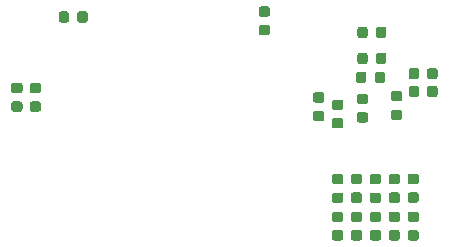
<source format=gbr>
G04 #@! TF.GenerationSoftware,KiCad,Pcbnew,5.0.1*
G04 #@! TF.CreationDate,2018-12-10T08:04:53+01:00*
G04 #@! TF.ProjectId,Kilsyth,4B696C737974682E6B696361645F7063,rev?*
G04 #@! TF.SameCoordinates,Original*
G04 #@! TF.FileFunction,Paste,Bot*
G04 #@! TF.FilePolarity,Positive*
%FSLAX46Y46*%
G04 Gerber Fmt 4.6, Leading zero omitted, Abs format (unit mm)*
G04 Created by KiCad (PCBNEW 5.0.1) date Mon 10 Dec 2018 08:04:53 AM CET*
%MOMM*%
%LPD*%
G01*
G04 APERTURE LIST*
%ADD10C,0.100000*%
%ADD11C,0.875000*%
G04 APERTURE END LIST*
D10*
G04 #@! TO.C,C6*
G36*
X109865191Y-92326053D02*
X109886426Y-92329203D01*
X109907250Y-92334419D01*
X109927462Y-92341651D01*
X109946868Y-92350830D01*
X109965281Y-92361866D01*
X109982524Y-92374654D01*
X109998430Y-92389070D01*
X110012846Y-92404976D01*
X110025634Y-92422219D01*
X110036670Y-92440632D01*
X110045849Y-92460038D01*
X110053081Y-92480250D01*
X110058297Y-92501074D01*
X110061447Y-92522309D01*
X110062500Y-92543750D01*
X110062500Y-93056250D01*
X110061447Y-93077691D01*
X110058297Y-93098926D01*
X110053081Y-93119750D01*
X110045849Y-93139962D01*
X110036670Y-93159368D01*
X110025634Y-93177781D01*
X110012846Y-93195024D01*
X109998430Y-93210930D01*
X109982524Y-93225346D01*
X109965281Y-93238134D01*
X109946868Y-93249170D01*
X109927462Y-93258349D01*
X109907250Y-93265581D01*
X109886426Y-93270797D01*
X109865191Y-93273947D01*
X109843750Y-93275000D01*
X109406250Y-93275000D01*
X109384809Y-93273947D01*
X109363574Y-93270797D01*
X109342750Y-93265581D01*
X109322538Y-93258349D01*
X109303132Y-93249170D01*
X109284719Y-93238134D01*
X109267476Y-93225346D01*
X109251570Y-93210930D01*
X109237154Y-93195024D01*
X109224366Y-93177781D01*
X109213330Y-93159368D01*
X109204151Y-93139962D01*
X109196919Y-93119750D01*
X109191703Y-93098926D01*
X109188553Y-93077691D01*
X109187500Y-93056250D01*
X109187500Y-92543750D01*
X109188553Y-92522309D01*
X109191703Y-92501074D01*
X109196919Y-92480250D01*
X109204151Y-92460038D01*
X109213330Y-92440632D01*
X109224366Y-92422219D01*
X109237154Y-92404976D01*
X109251570Y-92389070D01*
X109267476Y-92374654D01*
X109284719Y-92361866D01*
X109303132Y-92350830D01*
X109322538Y-92341651D01*
X109342750Y-92334419D01*
X109363574Y-92329203D01*
X109384809Y-92326053D01*
X109406250Y-92325000D01*
X109843750Y-92325000D01*
X109865191Y-92326053D01*
X109865191Y-92326053D01*
G37*
D11*
X109625000Y-92800000D03*
D10*
G36*
X108290191Y-92326053D02*
X108311426Y-92329203D01*
X108332250Y-92334419D01*
X108352462Y-92341651D01*
X108371868Y-92350830D01*
X108390281Y-92361866D01*
X108407524Y-92374654D01*
X108423430Y-92389070D01*
X108437846Y-92404976D01*
X108450634Y-92422219D01*
X108461670Y-92440632D01*
X108470849Y-92460038D01*
X108478081Y-92480250D01*
X108483297Y-92501074D01*
X108486447Y-92522309D01*
X108487500Y-92543750D01*
X108487500Y-93056250D01*
X108486447Y-93077691D01*
X108483297Y-93098926D01*
X108478081Y-93119750D01*
X108470849Y-93139962D01*
X108461670Y-93159368D01*
X108450634Y-93177781D01*
X108437846Y-93195024D01*
X108423430Y-93210930D01*
X108407524Y-93225346D01*
X108390281Y-93238134D01*
X108371868Y-93249170D01*
X108352462Y-93258349D01*
X108332250Y-93265581D01*
X108311426Y-93270797D01*
X108290191Y-93273947D01*
X108268750Y-93275000D01*
X107831250Y-93275000D01*
X107809809Y-93273947D01*
X107788574Y-93270797D01*
X107767750Y-93265581D01*
X107747538Y-93258349D01*
X107728132Y-93249170D01*
X107709719Y-93238134D01*
X107692476Y-93225346D01*
X107676570Y-93210930D01*
X107662154Y-93195024D01*
X107649366Y-93177781D01*
X107638330Y-93159368D01*
X107629151Y-93139962D01*
X107621919Y-93119750D01*
X107616703Y-93098926D01*
X107613553Y-93077691D01*
X107612500Y-93056250D01*
X107612500Y-92543750D01*
X107613553Y-92522309D01*
X107616703Y-92501074D01*
X107621919Y-92480250D01*
X107629151Y-92460038D01*
X107638330Y-92440632D01*
X107649366Y-92422219D01*
X107662154Y-92404976D01*
X107676570Y-92389070D01*
X107692476Y-92374654D01*
X107709719Y-92361866D01*
X107728132Y-92350830D01*
X107747538Y-92341651D01*
X107767750Y-92334419D01*
X107788574Y-92329203D01*
X107809809Y-92326053D01*
X107831250Y-92325000D01*
X108268750Y-92325000D01*
X108290191Y-92326053D01*
X108290191Y-92326053D01*
G37*
D11*
X108050000Y-92800000D03*
G04 #@! TD*
D10*
G04 #@! TO.C,C38*
G36*
X80240191Y-86026053D02*
X80261426Y-86029203D01*
X80282250Y-86034419D01*
X80302462Y-86041651D01*
X80321868Y-86050830D01*
X80340281Y-86061866D01*
X80357524Y-86074654D01*
X80373430Y-86089070D01*
X80387846Y-86104976D01*
X80400634Y-86122219D01*
X80411670Y-86140632D01*
X80420849Y-86160038D01*
X80428081Y-86180250D01*
X80433297Y-86201074D01*
X80436447Y-86222309D01*
X80437500Y-86243750D01*
X80437500Y-86756250D01*
X80436447Y-86777691D01*
X80433297Y-86798926D01*
X80428081Y-86819750D01*
X80420849Y-86839962D01*
X80411670Y-86859368D01*
X80400634Y-86877781D01*
X80387846Y-86895024D01*
X80373430Y-86910930D01*
X80357524Y-86925346D01*
X80340281Y-86938134D01*
X80321868Y-86949170D01*
X80302462Y-86958349D01*
X80282250Y-86965581D01*
X80261426Y-86970797D01*
X80240191Y-86973947D01*
X80218750Y-86975000D01*
X79781250Y-86975000D01*
X79759809Y-86973947D01*
X79738574Y-86970797D01*
X79717750Y-86965581D01*
X79697538Y-86958349D01*
X79678132Y-86949170D01*
X79659719Y-86938134D01*
X79642476Y-86925346D01*
X79626570Y-86910930D01*
X79612154Y-86895024D01*
X79599366Y-86877781D01*
X79588330Y-86859368D01*
X79579151Y-86839962D01*
X79571919Y-86819750D01*
X79566703Y-86798926D01*
X79563553Y-86777691D01*
X79562500Y-86756250D01*
X79562500Y-86243750D01*
X79563553Y-86222309D01*
X79566703Y-86201074D01*
X79571919Y-86180250D01*
X79579151Y-86160038D01*
X79588330Y-86140632D01*
X79599366Y-86122219D01*
X79612154Y-86104976D01*
X79626570Y-86089070D01*
X79642476Y-86074654D01*
X79659719Y-86061866D01*
X79678132Y-86050830D01*
X79697538Y-86041651D01*
X79717750Y-86034419D01*
X79738574Y-86029203D01*
X79759809Y-86026053D01*
X79781250Y-86025000D01*
X80218750Y-86025000D01*
X80240191Y-86026053D01*
X80240191Y-86026053D01*
G37*
D11*
X80000000Y-86500000D03*
D10*
G36*
X78665191Y-86026053D02*
X78686426Y-86029203D01*
X78707250Y-86034419D01*
X78727462Y-86041651D01*
X78746868Y-86050830D01*
X78765281Y-86061866D01*
X78782524Y-86074654D01*
X78798430Y-86089070D01*
X78812846Y-86104976D01*
X78825634Y-86122219D01*
X78836670Y-86140632D01*
X78845849Y-86160038D01*
X78853081Y-86180250D01*
X78858297Y-86201074D01*
X78861447Y-86222309D01*
X78862500Y-86243750D01*
X78862500Y-86756250D01*
X78861447Y-86777691D01*
X78858297Y-86798926D01*
X78853081Y-86819750D01*
X78845849Y-86839962D01*
X78836670Y-86859368D01*
X78825634Y-86877781D01*
X78812846Y-86895024D01*
X78798430Y-86910930D01*
X78782524Y-86925346D01*
X78765281Y-86938134D01*
X78746868Y-86949170D01*
X78727462Y-86958349D01*
X78707250Y-86965581D01*
X78686426Y-86970797D01*
X78665191Y-86973947D01*
X78643750Y-86975000D01*
X78206250Y-86975000D01*
X78184809Y-86973947D01*
X78163574Y-86970797D01*
X78142750Y-86965581D01*
X78122538Y-86958349D01*
X78103132Y-86949170D01*
X78084719Y-86938134D01*
X78067476Y-86925346D01*
X78051570Y-86910930D01*
X78037154Y-86895024D01*
X78024366Y-86877781D01*
X78013330Y-86859368D01*
X78004151Y-86839962D01*
X77996919Y-86819750D01*
X77991703Y-86798926D01*
X77988553Y-86777691D01*
X77987500Y-86756250D01*
X77987500Y-86243750D01*
X77988553Y-86222309D01*
X77991703Y-86201074D01*
X77996919Y-86180250D01*
X78004151Y-86160038D01*
X78013330Y-86140632D01*
X78024366Y-86122219D01*
X78037154Y-86104976D01*
X78051570Y-86089070D01*
X78067476Y-86074654D01*
X78084719Y-86061866D01*
X78103132Y-86050830D01*
X78122538Y-86041651D01*
X78142750Y-86034419D01*
X78163574Y-86029203D01*
X78184809Y-86026053D01*
X78206250Y-86025000D01*
X78643750Y-86025000D01*
X78665191Y-86026053D01*
X78665191Y-86026053D01*
G37*
D11*
X78425000Y-86500000D03*
G04 #@! TD*
D10*
G04 #@! TO.C,C39*
G36*
X76277691Y-92076053D02*
X76298926Y-92079203D01*
X76319750Y-92084419D01*
X76339962Y-92091651D01*
X76359368Y-92100830D01*
X76377781Y-92111866D01*
X76395024Y-92124654D01*
X76410930Y-92139070D01*
X76425346Y-92154976D01*
X76438134Y-92172219D01*
X76449170Y-92190632D01*
X76458349Y-92210038D01*
X76465581Y-92230250D01*
X76470797Y-92251074D01*
X76473947Y-92272309D01*
X76475000Y-92293750D01*
X76475000Y-92731250D01*
X76473947Y-92752691D01*
X76470797Y-92773926D01*
X76465581Y-92794750D01*
X76458349Y-92814962D01*
X76449170Y-92834368D01*
X76438134Y-92852781D01*
X76425346Y-92870024D01*
X76410930Y-92885930D01*
X76395024Y-92900346D01*
X76377781Y-92913134D01*
X76359368Y-92924170D01*
X76339962Y-92933349D01*
X76319750Y-92940581D01*
X76298926Y-92945797D01*
X76277691Y-92948947D01*
X76256250Y-92950000D01*
X75743750Y-92950000D01*
X75722309Y-92948947D01*
X75701074Y-92945797D01*
X75680250Y-92940581D01*
X75660038Y-92933349D01*
X75640632Y-92924170D01*
X75622219Y-92913134D01*
X75604976Y-92900346D01*
X75589070Y-92885930D01*
X75574654Y-92870024D01*
X75561866Y-92852781D01*
X75550830Y-92834368D01*
X75541651Y-92814962D01*
X75534419Y-92794750D01*
X75529203Y-92773926D01*
X75526053Y-92752691D01*
X75525000Y-92731250D01*
X75525000Y-92293750D01*
X75526053Y-92272309D01*
X75529203Y-92251074D01*
X75534419Y-92230250D01*
X75541651Y-92210038D01*
X75550830Y-92190632D01*
X75561866Y-92172219D01*
X75574654Y-92154976D01*
X75589070Y-92139070D01*
X75604976Y-92124654D01*
X75622219Y-92111866D01*
X75640632Y-92100830D01*
X75660038Y-92091651D01*
X75680250Y-92084419D01*
X75701074Y-92079203D01*
X75722309Y-92076053D01*
X75743750Y-92075000D01*
X76256250Y-92075000D01*
X76277691Y-92076053D01*
X76277691Y-92076053D01*
G37*
D11*
X76000000Y-92512500D03*
D10*
G36*
X76277691Y-93651053D02*
X76298926Y-93654203D01*
X76319750Y-93659419D01*
X76339962Y-93666651D01*
X76359368Y-93675830D01*
X76377781Y-93686866D01*
X76395024Y-93699654D01*
X76410930Y-93714070D01*
X76425346Y-93729976D01*
X76438134Y-93747219D01*
X76449170Y-93765632D01*
X76458349Y-93785038D01*
X76465581Y-93805250D01*
X76470797Y-93826074D01*
X76473947Y-93847309D01*
X76475000Y-93868750D01*
X76475000Y-94306250D01*
X76473947Y-94327691D01*
X76470797Y-94348926D01*
X76465581Y-94369750D01*
X76458349Y-94389962D01*
X76449170Y-94409368D01*
X76438134Y-94427781D01*
X76425346Y-94445024D01*
X76410930Y-94460930D01*
X76395024Y-94475346D01*
X76377781Y-94488134D01*
X76359368Y-94499170D01*
X76339962Y-94508349D01*
X76319750Y-94515581D01*
X76298926Y-94520797D01*
X76277691Y-94523947D01*
X76256250Y-94525000D01*
X75743750Y-94525000D01*
X75722309Y-94523947D01*
X75701074Y-94520797D01*
X75680250Y-94515581D01*
X75660038Y-94508349D01*
X75640632Y-94499170D01*
X75622219Y-94488134D01*
X75604976Y-94475346D01*
X75589070Y-94460930D01*
X75574654Y-94445024D01*
X75561866Y-94427781D01*
X75550830Y-94409368D01*
X75541651Y-94389962D01*
X75534419Y-94369750D01*
X75529203Y-94348926D01*
X75526053Y-94327691D01*
X75525000Y-94306250D01*
X75525000Y-93868750D01*
X75526053Y-93847309D01*
X75529203Y-93826074D01*
X75534419Y-93805250D01*
X75541651Y-93785038D01*
X75550830Y-93765632D01*
X75561866Y-93747219D01*
X75574654Y-93729976D01*
X75589070Y-93714070D01*
X75604976Y-93699654D01*
X75622219Y-93686866D01*
X75640632Y-93675830D01*
X75660038Y-93666651D01*
X75680250Y-93659419D01*
X75701074Y-93654203D01*
X75722309Y-93651053D01*
X75743750Y-93650000D01*
X76256250Y-93650000D01*
X76277691Y-93651053D01*
X76277691Y-93651053D01*
G37*
D11*
X76000000Y-94087500D03*
G04 #@! TD*
D10*
G04 #@! TO.C,C40*
G36*
X74727691Y-92076053D02*
X74748926Y-92079203D01*
X74769750Y-92084419D01*
X74789962Y-92091651D01*
X74809368Y-92100830D01*
X74827781Y-92111866D01*
X74845024Y-92124654D01*
X74860930Y-92139070D01*
X74875346Y-92154976D01*
X74888134Y-92172219D01*
X74899170Y-92190632D01*
X74908349Y-92210038D01*
X74915581Y-92230250D01*
X74920797Y-92251074D01*
X74923947Y-92272309D01*
X74925000Y-92293750D01*
X74925000Y-92731250D01*
X74923947Y-92752691D01*
X74920797Y-92773926D01*
X74915581Y-92794750D01*
X74908349Y-92814962D01*
X74899170Y-92834368D01*
X74888134Y-92852781D01*
X74875346Y-92870024D01*
X74860930Y-92885930D01*
X74845024Y-92900346D01*
X74827781Y-92913134D01*
X74809368Y-92924170D01*
X74789962Y-92933349D01*
X74769750Y-92940581D01*
X74748926Y-92945797D01*
X74727691Y-92948947D01*
X74706250Y-92950000D01*
X74193750Y-92950000D01*
X74172309Y-92948947D01*
X74151074Y-92945797D01*
X74130250Y-92940581D01*
X74110038Y-92933349D01*
X74090632Y-92924170D01*
X74072219Y-92913134D01*
X74054976Y-92900346D01*
X74039070Y-92885930D01*
X74024654Y-92870024D01*
X74011866Y-92852781D01*
X74000830Y-92834368D01*
X73991651Y-92814962D01*
X73984419Y-92794750D01*
X73979203Y-92773926D01*
X73976053Y-92752691D01*
X73975000Y-92731250D01*
X73975000Y-92293750D01*
X73976053Y-92272309D01*
X73979203Y-92251074D01*
X73984419Y-92230250D01*
X73991651Y-92210038D01*
X74000830Y-92190632D01*
X74011866Y-92172219D01*
X74024654Y-92154976D01*
X74039070Y-92139070D01*
X74054976Y-92124654D01*
X74072219Y-92111866D01*
X74090632Y-92100830D01*
X74110038Y-92091651D01*
X74130250Y-92084419D01*
X74151074Y-92079203D01*
X74172309Y-92076053D01*
X74193750Y-92075000D01*
X74706250Y-92075000D01*
X74727691Y-92076053D01*
X74727691Y-92076053D01*
G37*
D11*
X74450000Y-92512500D03*
D10*
G36*
X74727691Y-93651053D02*
X74748926Y-93654203D01*
X74769750Y-93659419D01*
X74789962Y-93666651D01*
X74809368Y-93675830D01*
X74827781Y-93686866D01*
X74845024Y-93699654D01*
X74860930Y-93714070D01*
X74875346Y-93729976D01*
X74888134Y-93747219D01*
X74899170Y-93765632D01*
X74908349Y-93785038D01*
X74915581Y-93805250D01*
X74920797Y-93826074D01*
X74923947Y-93847309D01*
X74925000Y-93868750D01*
X74925000Y-94306250D01*
X74923947Y-94327691D01*
X74920797Y-94348926D01*
X74915581Y-94369750D01*
X74908349Y-94389962D01*
X74899170Y-94409368D01*
X74888134Y-94427781D01*
X74875346Y-94445024D01*
X74860930Y-94460930D01*
X74845024Y-94475346D01*
X74827781Y-94488134D01*
X74809368Y-94499170D01*
X74789962Y-94508349D01*
X74769750Y-94515581D01*
X74748926Y-94520797D01*
X74727691Y-94523947D01*
X74706250Y-94525000D01*
X74193750Y-94525000D01*
X74172309Y-94523947D01*
X74151074Y-94520797D01*
X74130250Y-94515581D01*
X74110038Y-94508349D01*
X74090632Y-94499170D01*
X74072219Y-94488134D01*
X74054976Y-94475346D01*
X74039070Y-94460930D01*
X74024654Y-94445024D01*
X74011866Y-94427781D01*
X74000830Y-94409368D01*
X73991651Y-94389962D01*
X73984419Y-94369750D01*
X73979203Y-94348926D01*
X73976053Y-94327691D01*
X73975000Y-94306250D01*
X73975000Y-93868750D01*
X73976053Y-93847309D01*
X73979203Y-93826074D01*
X73984419Y-93805250D01*
X73991651Y-93785038D01*
X74000830Y-93765632D01*
X74011866Y-93747219D01*
X74024654Y-93729976D01*
X74039070Y-93714070D01*
X74054976Y-93699654D01*
X74072219Y-93686866D01*
X74090632Y-93675830D01*
X74110038Y-93666651D01*
X74130250Y-93659419D01*
X74151074Y-93654203D01*
X74172309Y-93651053D01*
X74193750Y-93650000D01*
X74706250Y-93650000D01*
X74727691Y-93651053D01*
X74727691Y-93651053D01*
G37*
D11*
X74450000Y-94087500D03*
G04 #@! TD*
D10*
G04 #@! TO.C,C44*
G36*
X103977691Y-94563553D02*
X103998926Y-94566703D01*
X104019750Y-94571919D01*
X104039962Y-94579151D01*
X104059368Y-94588330D01*
X104077781Y-94599366D01*
X104095024Y-94612154D01*
X104110930Y-94626570D01*
X104125346Y-94642476D01*
X104138134Y-94659719D01*
X104149170Y-94678132D01*
X104158349Y-94697538D01*
X104165581Y-94717750D01*
X104170797Y-94738574D01*
X104173947Y-94759809D01*
X104175000Y-94781250D01*
X104175000Y-95218750D01*
X104173947Y-95240191D01*
X104170797Y-95261426D01*
X104165581Y-95282250D01*
X104158349Y-95302462D01*
X104149170Y-95321868D01*
X104138134Y-95340281D01*
X104125346Y-95357524D01*
X104110930Y-95373430D01*
X104095024Y-95387846D01*
X104077781Y-95400634D01*
X104059368Y-95411670D01*
X104039962Y-95420849D01*
X104019750Y-95428081D01*
X103998926Y-95433297D01*
X103977691Y-95436447D01*
X103956250Y-95437500D01*
X103443750Y-95437500D01*
X103422309Y-95436447D01*
X103401074Y-95433297D01*
X103380250Y-95428081D01*
X103360038Y-95420849D01*
X103340632Y-95411670D01*
X103322219Y-95400634D01*
X103304976Y-95387846D01*
X103289070Y-95373430D01*
X103274654Y-95357524D01*
X103261866Y-95340281D01*
X103250830Y-95321868D01*
X103241651Y-95302462D01*
X103234419Y-95282250D01*
X103229203Y-95261426D01*
X103226053Y-95240191D01*
X103225000Y-95218750D01*
X103225000Y-94781250D01*
X103226053Y-94759809D01*
X103229203Y-94738574D01*
X103234419Y-94717750D01*
X103241651Y-94697538D01*
X103250830Y-94678132D01*
X103261866Y-94659719D01*
X103274654Y-94642476D01*
X103289070Y-94626570D01*
X103304976Y-94612154D01*
X103322219Y-94599366D01*
X103340632Y-94588330D01*
X103360038Y-94579151D01*
X103380250Y-94571919D01*
X103401074Y-94566703D01*
X103422309Y-94563553D01*
X103443750Y-94562500D01*
X103956250Y-94562500D01*
X103977691Y-94563553D01*
X103977691Y-94563553D01*
G37*
D11*
X103700000Y-95000000D03*
D10*
G36*
X103977691Y-92988553D02*
X103998926Y-92991703D01*
X104019750Y-92996919D01*
X104039962Y-93004151D01*
X104059368Y-93013330D01*
X104077781Y-93024366D01*
X104095024Y-93037154D01*
X104110930Y-93051570D01*
X104125346Y-93067476D01*
X104138134Y-93084719D01*
X104149170Y-93103132D01*
X104158349Y-93122538D01*
X104165581Y-93142750D01*
X104170797Y-93163574D01*
X104173947Y-93184809D01*
X104175000Y-93206250D01*
X104175000Y-93643750D01*
X104173947Y-93665191D01*
X104170797Y-93686426D01*
X104165581Y-93707250D01*
X104158349Y-93727462D01*
X104149170Y-93746868D01*
X104138134Y-93765281D01*
X104125346Y-93782524D01*
X104110930Y-93798430D01*
X104095024Y-93812846D01*
X104077781Y-93825634D01*
X104059368Y-93836670D01*
X104039962Y-93845849D01*
X104019750Y-93853081D01*
X103998926Y-93858297D01*
X103977691Y-93861447D01*
X103956250Y-93862500D01*
X103443750Y-93862500D01*
X103422309Y-93861447D01*
X103401074Y-93858297D01*
X103380250Y-93853081D01*
X103360038Y-93845849D01*
X103340632Y-93836670D01*
X103322219Y-93825634D01*
X103304976Y-93812846D01*
X103289070Y-93798430D01*
X103274654Y-93782524D01*
X103261866Y-93765281D01*
X103250830Y-93746868D01*
X103241651Y-93727462D01*
X103234419Y-93707250D01*
X103229203Y-93686426D01*
X103226053Y-93665191D01*
X103225000Y-93643750D01*
X103225000Y-93206250D01*
X103226053Y-93184809D01*
X103229203Y-93163574D01*
X103234419Y-93142750D01*
X103241651Y-93122538D01*
X103250830Y-93103132D01*
X103261866Y-93084719D01*
X103274654Y-93067476D01*
X103289070Y-93051570D01*
X103304976Y-93037154D01*
X103322219Y-93024366D01*
X103340632Y-93013330D01*
X103360038Y-93004151D01*
X103380250Y-92996919D01*
X103401074Y-92991703D01*
X103422309Y-92988553D01*
X103443750Y-92987500D01*
X103956250Y-92987500D01*
X103977691Y-92988553D01*
X103977691Y-92988553D01*
G37*
D11*
X103700000Y-93425000D03*
G04 #@! TD*
D10*
G04 #@! TO.C,C45*
G36*
X109865191Y-90826053D02*
X109886426Y-90829203D01*
X109907250Y-90834419D01*
X109927462Y-90841651D01*
X109946868Y-90850830D01*
X109965281Y-90861866D01*
X109982524Y-90874654D01*
X109998430Y-90889070D01*
X110012846Y-90904976D01*
X110025634Y-90922219D01*
X110036670Y-90940632D01*
X110045849Y-90960038D01*
X110053081Y-90980250D01*
X110058297Y-91001074D01*
X110061447Y-91022309D01*
X110062500Y-91043750D01*
X110062500Y-91556250D01*
X110061447Y-91577691D01*
X110058297Y-91598926D01*
X110053081Y-91619750D01*
X110045849Y-91639962D01*
X110036670Y-91659368D01*
X110025634Y-91677781D01*
X110012846Y-91695024D01*
X109998430Y-91710930D01*
X109982524Y-91725346D01*
X109965281Y-91738134D01*
X109946868Y-91749170D01*
X109927462Y-91758349D01*
X109907250Y-91765581D01*
X109886426Y-91770797D01*
X109865191Y-91773947D01*
X109843750Y-91775000D01*
X109406250Y-91775000D01*
X109384809Y-91773947D01*
X109363574Y-91770797D01*
X109342750Y-91765581D01*
X109322538Y-91758349D01*
X109303132Y-91749170D01*
X109284719Y-91738134D01*
X109267476Y-91725346D01*
X109251570Y-91710930D01*
X109237154Y-91695024D01*
X109224366Y-91677781D01*
X109213330Y-91659368D01*
X109204151Y-91639962D01*
X109196919Y-91619750D01*
X109191703Y-91598926D01*
X109188553Y-91577691D01*
X109187500Y-91556250D01*
X109187500Y-91043750D01*
X109188553Y-91022309D01*
X109191703Y-91001074D01*
X109196919Y-90980250D01*
X109204151Y-90960038D01*
X109213330Y-90940632D01*
X109224366Y-90922219D01*
X109237154Y-90904976D01*
X109251570Y-90889070D01*
X109267476Y-90874654D01*
X109284719Y-90861866D01*
X109303132Y-90850830D01*
X109322538Y-90841651D01*
X109342750Y-90834419D01*
X109363574Y-90829203D01*
X109384809Y-90826053D01*
X109406250Y-90825000D01*
X109843750Y-90825000D01*
X109865191Y-90826053D01*
X109865191Y-90826053D01*
G37*
D11*
X109625000Y-91300000D03*
D10*
G36*
X108290191Y-90826053D02*
X108311426Y-90829203D01*
X108332250Y-90834419D01*
X108352462Y-90841651D01*
X108371868Y-90850830D01*
X108390281Y-90861866D01*
X108407524Y-90874654D01*
X108423430Y-90889070D01*
X108437846Y-90904976D01*
X108450634Y-90922219D01*
X108461670Y-90940632D01*
X108470849Y-90960038D01*
X108478081Y-90980250D01*
X108483297Y-91001074D01*
X108486447Y-91022309D01*
X108487500Y-91043750D01*
X108487500Y-91556250D01*
X108486447Y-91577691D01*
X108483297Y-91598926D01*
X108478081Y-91619750D01*
X108470849Y-91639962D01*
X108461670Y-91659368D01*
X108450634Y-91677781D01*
X108437846Y-91695024D01*
X108423430Y-91710930D01*
X108407524Y-91725346D01*
X108390281Y-91738134D01*
X108371868Y-91749170D01*
X108352462Y-91758349D01*
X108332250Y-91765581D01*
X108311426Y-91770797D01*
X108290191Y-91773947D01*
X108268750Y-91775000D01*
X107831250Y-91775000D01*
X107809809Y-91773947D01*
X107788574Y-91770797D01*
X107767750Y-91765581D01*
X107747538Y-91758349D01*
X107728132Y-91749170D01*
X107709719Y-91738134D01*
X107692476Y-91725346D01*
X107676570Y-91710930D01*
X107662154Y-91695024D01*
X107649366Y-91677781D01*
X107638330Y-91659368D01*
X107629151Y-91639962D01*
X107621919Y-91619750D01*
X107616703Y-91598926D01*
X107613553Y-91577691D01*
X107612500Y-91556250D01*
X107612500Y-91043750D01*
X107613553Y-91022309D01*
X107616703Y-91001074D01*
X107621919Y-90980250D01*
X107629151Y-90960038D01*
X107638330Y-90940632D01*
X107649366Y-90922219D01*
X107662154Y-90904976D01*
X107676570Y-90889070D01*
X107692476Y-90874654D01*
X107709719Y-90861866D01*
X107728132Y-90850830D01*
X107747538Y-90841651D01*
X107767750Y-90834419D01*
X107788574Y-90829203D01*
X107809809Y-90826053D01*
X107831250Y-90825000D01*
X108268750Y-90825000D01*
X108290191Y-90826053D01*
X108290191Y-90826053D01*
G37*
D11*
X108050000Y-91300000D03*
G04 #@! TD*
D10*
G04 #@! TO.C,C46*
G36*
X101877691Y-101363553D02*
X101898926Y-101366703D01*
X101919750Y-101371919D01*
X101939962Y-101379151D01*
X101959368Y-101388330D01*
X101977781Y-101399366D01*
X101995024Y-101412154D01*
X102010930Y-101426570D01*
X102025346Y-101442476D01*
X102038134Y-101459719D01*
X102049170Y-101478132D01*
X102058349Y-101497538D01*
X102065581Y-101517750D01*
X102070797Y-101538574D01*
X102073947Y-101559809D01*
X102075000Y-101581250D01*
X102075000Y-102018750D01*
X102073947Y-102040191D01*
X102070797Y-102061426D01*
X102065581Y-102082250D01*
X102058349Y-102102462D01*
X102049170Y-102121868D01*
X102038134Y-102140281D01*
X102025346Y-102157524D01*
X102010930Y-102173430D01*
X101995024Y-102187846D01*
X101977781Y-102200634D01*
X101959368Y-102211670D01*
X101939962Y-102220849D01*
X101919750Y-102228081D01*
X101898926Y-102233297D01*
X101877691Y-102236447D01*
X101856250Y-102237500D01*
X101343750Y-102237500D01*
X101322309Y-102236447D01*
X101301074Y-102233297D01*
X101280250Y-102228081D01*
X101260038Y-102220849D01*
X101240632Y-102211670D01*
X101222219Y-102200634D01*
X101204976Y-102187846D01*
X101189070Y-102173430D01*
X101174654Y-102157524D01*
X101161866Y-102140281D01*
X101150830Y-102121868D01*
X101141651Y-102102462D01*
X101134419Y-102082250D01*
X101129203Y-102061426D01*
X101126053Y-102040191D01*
X101125000Y-102018750D01*
X101125000Y-101581250D01*
X101126053Y-101559809D01*
X101129203Y-101538574D01*
X101134419Y-101517750D01*
X101141651Y-101497538D01*
X101150830Y-101478132D01*
X101161866Y-101459719D01*
X101174654Y-101442476D01*
X101189070Y-101426570D01*
X101204976Y-101412154D01*
X101222219Y-101399366D01*
X101240632Y-101388330D01*
X101260038Y-101379151D01*
X101280250Y-101371919D01*
X101301074Y-101366703D01*
X101322309Y-101363553D01*
X101343750Y-101362500D01*
X101856250Y-101362500D01*
X101877691Y-101363553D01*
X101877691Y-101363553D01*
G37*
D11*
X101600000Y-101800000D03*
D10*
G36*
X101877691Y-99788553D02*
X101898926Y-99791703D01*
X101919750Y-99796919D01*
X101939962Y-99804151D01*
X101959368Y-99813330D01*
X101977781Y-99824366D01*
X101995024Y-99837154D01*
X102010930Y-99851570D01*
X102025346Y-99867476D01*
X102038134Y-99884719D01*
X102049170Y-99903132D01*
X102058349Y-99922538D01*
X102065581Y-99942750D01*
X102070797Y-99963574D01*
X102073947Y-99984809D01*
X102075000Y-100006250D01*
X102075000Y-100443750D01*
X102073947Y-100465191D01*
X102070797Y-100486426D01*
X102065581Y-100507250D01*
X102058349Y-100527462D01*
X102049170Y-100546868D01*
X102038134Y-100565281D01*
X102025346Y-100582524D01*
X102010930Y-100598430D01*
X101995024Y-100612846D01*
X101977781Y-100625634D01*
X101959368Y-100636670D01*
X101939962Y-100645849D01*
X101919750Y-100653081D01*
X101898926Y-100658297D01*
X101877691Y-100661447D01*
X101856250Y-100662500D01*
X101343750Y-100662500D01*
X101322309Y-100661447D01*
X101301074Y-100658297D01*
X101280250Y-100653081D01*
X101260038Y-100645849D01*
X101240632Y-100636670D01*
X101222219Y-100625634D01*
X101204976Y-100612846D01*
X101189070Y-100598430D01*
X101174654Y-100582524D01*
X101161866Y-100565281D01*
X101150830Y-100546868D01*
X101141651Y-100527462D01*
X101134419Y-100507250D01*
X101129203Y-100486426D01*
X101126053Y-100465191D01*
X101125000Y-100443750D01*
X101125000Y-100006250D01*
X101126053Y-99984809D01*
X101129203Y-99963574D01*
X101134419Y-99942750D01*
X101141651Y-99922538D01*
X101150830Y-99903132D01*
X101161866Y-99884719D01*
X101174654Y-99867476D01*
X101189070Y-99851570D01*
X101204976Y-99837154D01*
X101222219Y-99824366D01*
X101240632Y-99813330D01*
X101260038Y-99804151D01*
X101280250Y-99796919D01*
X101301074Y-99791703D01*
X101322309Y-99788553D01*
X101343750Y-99787500D01*
X101856250Y-99787500D01*
X101877691Y-99788553D01*
X101877691Y-99788553D01*
G37*
D11*
X101600000Y-100225000D03*
G04 #@! TD*
D10*
G04 #@! TO.C,C47*
G36*
X105527691Y-89526053D02*
X105548926Y-89529203D01*
X105569750Y-89534419D01*
X105589962Y-89541651D01*
X105609368Y-89550830D01*
X105627781Y-89561866D01*
X105645024Y-89574654D01*
X105660930Y-89589070D01*
X105675346Y-89604976D01*
X105688134Y-89622219D01*
X105699170Y-89640632D01*
X105708349Y-89660038D01*
X105715581Y-89680250D01*
X105720797Y-89701074D01*
X105723947Y-89722309D01*
X105725000Y-89743750D01*
X105725000Y-90256250D01*
X105723947Y-90277691D01*
X105720797Y-90298926D01*
X105715581Y-90319750D01*
X105708349Y-90339962D01*
X105699170Y-90359368D01*
X105688134Y-90377781D01*
X105675346Y-90395024D01*
X105660930Y-90410930D01*
X105645024Y-90425346D01*
X105627781Y-90438134D01*
X105609368Y-90449170D01*
X105589962Y-90458349D01*
X105569750Y-90465581D01*
X105548926Y-90470797D01*
X105527691Y-90473947D01*
X105506250Y-90475000D01*
X105068750Y-90475000D01*
X105047309Y-90473947D01*
X105026074Y-90470797D01*
X105005250Y-90465581D01*
X104985038Y-90458349D01*
X104965632Y-90449170D01*
X104947219Y-90438134D01*
X104929976Y-90425346D01*
X104914070Y-90410930D01*
X104899654Y-90395024D01*
X104886866Y-90377781D01*
X104875830Y-90359368D01*
X104866651Y-90339962D01*
X104859419Y-90319750D01*
X104854203Y-90298926D01*
X104851053Y-90277691D01*
X104850000Y-90256250D01*
X104850000Y-89743750D01*
X104851053Y-89722309D01*
X104854203Y-89701074D01*
X104859419Y-89680250D01*
X104866651Y-89660038D01*
X104875830Y-89640632D01*
X104886866Y-89622219D01*
X104899654Y-89604976D01*
X104914070Y-89589070D01*
X104929976Y-89574654D01*
X104947219Y-89561866D01*
X104965632Y-89550830D01*
X104985038Y-89541651D01*
X105005250Y-89534419D01*
X105026074Y-89529203D01*
X105047309Y-89526053D01*
X105068750Y-89525000D01*
X105506250Y-89525000D01*
X105527691Y-89526053D01*
X105527691Y-89526053D01*
G37*
D11*
X105287500Y-90000000D03*
D10*
G36*
X103952691Y-89526053D02*
X103973926Y-89529203D01*
X103994750Y-89534419D01*
X104014962Y-89541651D01*
X104034368Y-89550830D01*
X104052781Y-89561866D01*
X104070024Y-89574654D01*
X104085930Y-89589070D01*
X104100346Y-89604976D01*
X104113134Y-89622219D01*
X104124170Y-89640632D01*
X104133349Y-89660038D01*
X104140581Y-89680250D01*
X104145797Y-89701074D01*
X104148947Y-89722309D01*
X104150000Y-89743750D01*
X104150000Y-90256250D01*
X104148947Y-90277691D01*
X104145797Y-90298926D01*
X104140581Y-90319750D01*
X104133349Y-90339962D01*
X104124170Y-90359368D01*
X104113134Y-90377781D01*
X104100346Y-90395024D01*
X104085930Y-90410930D01*
X104070024Y-90425346D01*
X104052781Y-90438134D01*
X104034368Y-90449170D01*
X104014962Y-90458349D01*
X103994750Y-90465581D01*
X103973926Y-90470797D01*
X103952691Y-90473947D01*
X103931250Y-90475000D01*
X103493750Y-90475000D01*
X103472309Y-90473947D01*
X103451074Y-90470797D01*
X103430250Y-90465581D01*
X103410038Y-90458349D01*
X103390632Y-90449170D01*
X103372219Y-90438134D01*
X103354976Y-90425346D01*
X103339070Y-90410930D01*
X103324654Y-90395024D01*
X103311866Y-90377781D01*
X103300830Y-90359368D01*
X103291651Y-90339962D01*
X103284419Y-90319750D01*
X103279203Y-90298926D01*
X103276053Y-90277691D01*
X103275000Y-90256250D01*
X103275000Y-89743750D01*
X103276053Y-89722309D01*
X103279203Y-89701074D01*
X103284419Y-89680250D01*
X103291651Y-89660038D01*
X103300830Y-89640632D01*
X103311866Y-89622219D01*
X103324654Y-89604976D01*
X103339070Y-89589070D01*
X103354976Y-89574654D01*
X103372219Y-89561866D01*
X103390632Y-89550830D01*
X103410038Y-89541651D01*
X103430250Y-89534419D01*
X103451074Y-89529203D01*
X103472309Y-89526053D01*
X103493750Y-89525000D01*
X103931250Y-89525000D01*
X103952691Y-89526053D01*
X103952691Y-89526053D01*
G37*
D11*
X103712500Y-90000000D03*
G04 #@! TD*
D10*
G04 #@! TO.C,C48*
G36*
X106877691Y-94338553D02*
X106898926Y-94341703D01*
X106919750Y-94346919D01*
X106939962Y-94354151D01*
X106959368Y-94363330D01*
X106977781Y-94374366D01*
X106995024Y-94387154D01*
X107010930Y-94401570D01*
X107025346Y-94417476D01*
X107038134Y-94434719D01*
X107049170Y-94453132D01*
X107058349Y-94472538D01*
X107065581Y-94492750D01*
X107070797Y-94513574D01*
X107073947Y-94534809D01*
X107075000Y-94556250D01*
X107075000Y-94993750D01*
X107073947Y-95015191D01*
X107070797Y-95036426D01*
X107065581Y-95057250D01*
X107058349Y-95077462D01*
X107049170Y-95096868D01*
X107038134Y-95115281D01*
X107025346Y-95132524D01*
X107010930Y-95148430D01*
X106995024Y-95162846D01*
X106977781Y-95175634D01*
X106959368Y-95186670D01*
X106939962Y-95195849D01*
X106919750Y-95203081D01*
X106898926Y-95208297D01*
X106877691Y-95211447D01*
X106856250Y-95212500D01*
X106343750Y-95212500D01*
X106322309Y-95211447D01*
X106301074Y-95208297D01*
X106280250Y-95203081D01*
X106260038Y-95195849D01*
X106240632Y-95186670D01*
X106222219Y-95175634D01*
X106204976Y-95162846D01*
X106189070Y-95148430D01*
X106174654Y-95132524D01*
X106161866Y-95115281D01*
X106150830Y-95096868D01*
X106141651Y-95077462D01*
X106134419Y-95057250D01*
X106129203Y-95036426D01*
X106126053Y-95015191D01*
X106125000Y-94993750D01*
X106125000Y-94556250D01*
X106126053Y-94534809D01*
X106129203Y-94513574D01*
X106134419Y-94492750D01*
X106141651Y-94472538D01*
X106150830Y-94453132D01*
X106161866Y-94434719D01*
X106174654Y-94417476D01*
X106189070Y-94401570D01*
X106204976Y-94387154D01*
X106222219Y-94374366D01*
X106240632Y-94363330D01*
X106260038Y-94354151D01*
X106280250Y-94346919D01*
X106301074Y-94341703D01*
X106322309Y-94338553D01*
X106343750Y-94337500D01*
X106856250Y-94337500D01*
X106877691Y-94338553D01*
X106877691Y-94338553D01*
G37*
D11*
X106600000Y-94775000D03*
D10*
G36*
X106877691Y-92763553D02*
X106898926Y-92766703D01*
X106919750Y-92771919D01*
X106939962Y-92779151D01*
X106959368Y-92788330D01*
X106977781Y-92799366D01*
X106995024Y-92812154D01*
X107010930Y-92826570D01*
X107025346Y-92842476D01*
X107038134Y-92859719D01*
X107049170Y-92878132D01*
X107058349Y-92897538D01*
X107065581Y-92917750D01*
X107070797Y-92938574D01*
X107073947Y-92959809D01*
X107075000Y-92981250D01*
X107075000Y-93418750D01*
X107073947Y-93440191D01*
X107070797Y-93461426D01*
X107065581Y-93482250D01*
X107058349Y-93502462D01*
X107049170Y-93521868D01*
X107038134Y-93540281D01*
X107025346Y-93557524D01*
X107010930Y-93573430D01*
X106995024Y-93587846D01*
X106977781Y-93600634D01*
X106959368Y-93611670D01*
X106939962Y-93620849D01*
X106919750Y-93628081D01*
X106898926Y-93633297D01*
X106877691Y-93636447D01*
X106856250Y-93637500D01*
X106343750Y-93637500D01*
X106322309Y-93636447D01*
X106301074Y-93633297D01*
X106280250Y-93628081D01*
X106260038Y-93620849D01*
X106240632Y-93611670D01*
X106222219Y-93600634D01*
X106204976Y-93587846D01*
X106189070Y-93573430D01*
X106174654Y-93557524D01*
X106161866Y-93540281D01*
X106150830Y-93521868D01*
X106141651Y-93502462D01*
X106134419Y-93482250D01*
X106129203Y-93461426D01*
X106126053Y-93440191D01*
X106125000Y-93418750D01*
X106125000Y-92981250D01*
X106126053Y-92959809D01*
X106129203Y-92938574D01*
X106134419Y-92917750D01*
X106141651Y-92897538D01*
X106150830Y-92878132D01*
X106161866Y-92859719D01*
X106174654Y-92842476D01*
X106189070Y-92826570D01*
X106204976Y-92812154D01*
X106222219Y-92799366D01*
X106240632Y-92788330D01*
X106260038Y-92779151D01*
X106280250Y-92771919D01*
X106301074Y-92766703D01*
X106322309Y-92763553D01*
X106343750Y-92762500D01*
X106856250Y-92762500D01*
X106877691Y-92763553D01*
X106877691Y-92763553D01*
G37*
D11*
X106600000Y-93200000D03*
G04 #@! TD*
D10*
G04 #@! TO.C,C49*
G36*
X101877691Y-95063553D02*
X101898926Y-95066703D01*
X101919750Y-95071919D01*
X101939962Y-95079151D01*
X101959368Y-95088330D01*
X101977781Y-95099366D01*
X101995024Y-95112154D01*
X102010930Y-95126570D01*
X102025346Y-95142476D01*
X102038134Y-95159719D01*
X102049170Y-95178132D01*
X102058349Y-95197538D01*
X102065581Y-95217750D01*
X102070797Y-95238574D01*
X102073947Y-95259809D01*
X102075000Y-95281250D01*
X102075000Y-95718750D01*
X102073947Y-95740191D01*
X102070797Y-95761426D01*
X102065581Y-95782250D01*
X102058349Y-95802462D01*
X102049170Y-95821868D01*
X102038134Y-95840281D01*
X102025346Y-95857524D01*
X102010930Y-95873430D01*
X101995024Y-95887846D01*
X101977781Y-95900634D01*
X101959368Y-95911670D01*
X101939962Y-95920849D01*
X101919750Y-95928081D01*
X101898926Y-95933297D01*
X101877691Y-95936447D01*
X101856250Y-95937500D01*
X101343750Y-95937500D01*
X101322309Y-95936447D01*
X101301074Y-95933297D01*
X101280250Y-95928081D01*
X101260038Y-95920849D01*
X101240632Y-95911670D01*
X101222219Y-95900634D01*
X101204976Y-95887846D01*
X101189070Y-95873430D01*
X101174654Y-95857524D01*
X101161866Y-95840281D01*
X101150830Y-95821868D01*
X101141651Y-95802462D01*
X101134419Y-95782250D01*
X101129203Y-95761426D01*
X101126053Y-95740191D01*
X101125000Y-95718750D01*
X101125000Y-95281250D01*
X101126053Y-95259809D01*
X101129203Y-95238574D01*
X101134419Y-95217750D01*
X101141651Y-95197538D01*
X101150830Y-95178132D01*
X101161866Y-95159719D01*
X101174654Y-95142476D01*
X101189070Y-95126570D01*
X101204976Y-95112154D01*
X101222219Y-95099366D01*
X101240632Y-95088330D01*
X101260038Y-95079151D01*
X101280250Y-95071919D01*
X101301074Y-95066703D01*
X101322309Y-95063553D01*
X101343750Y-95062500D01*
X101856250Y-95062500D01*
X101877691Y-95063553D01*
X101877691Y-95063553D01*
G37*
D11*
X101600000Y-95500000D03*
D10*
G36*
X101877691Y-93488553D02*
X101898926Y-93491703D01*
X101919750Y-93496919D01*
X101939962Y-93504151D01*
X101959368Y-93513330D01*
X101977781Y-93524366D01*
X101995024Y-93537154D01*
X102010930Y-93551570D01*
X102025346Y-93567476D01*
X102038134Y-93584719D01*
X102049170Y-93603132D01*
X102058349Y-93622538D01*
X102065581Y-93642750D01*
X102070797Y-93663574D01*
X102073947Y-93684809D01*
X102075000Y-93706250D01*
X102075000Y-94143750D01*
X102073947Y-94165191D01*
X102070797Y-94186426D01*
X102065581Y-94207250D01*
X102058349Y-94227462D01*
X102049170Y-94246868D01*
X102038134Y-94265281D01*
X102025346Y-94282524D01*
X102010930Y-94298430D01*
X101995024Y-94312846D01*
X101977781Y-94325634D01*
X101959368Y-94336670D01*
X101939962Y-94345849D01*
X101919750Y-94353081D01*
X101898926Y-94358297D01*
X101877691Y-94361447D01*
X101856250Y-94362500D01*
X101343750Y-94362500D01*
X101322309Y-94361447D01*
X101301074Y-94358297D01*
X101280250Y-94353081D01*
X101260038Y-94345849D01*
X101240632Y-94336670D01*
X101222219Y-94325634D01*
X101204976Y-94312846D01*
X101189070Y-94298430D01*
X101174654Y-94282524D01*
X101161866Y-94265281D01*
X101150830Y-94246868D01*
X101141651Y-94227462D01*
X101134419Y-94207250D01*
X101129203Y-94186426D01*
X101126053Y-94165191D01*
X101125000Y-94143750D01*
X101125000Y-93706250D01*
X101126053Y-93684809D01*
X101129203Y-93663574D01*
X101134419Y-93642750D01*
X101141651Y-93622538D01*
X101150830Y-93603132D01*
X101161866Y-93584719D01*
X101174654Y-93567476D01*
X101189070Y-93551570D01*
X101204976Y-93537154D01*
X101222219Y-93524366D01*
X101240632Y-93513330D01*
X101260038Y-93504151D01*
X101280250Y-93496919D01*
X101301074Y-93491703D01*
X101322309Y-93488553D01*
X101343750Y-93487500D01*
X101856250Y-93487500D01*
X101877691Y-93488553D01*
X101877691Y-93488553D01*
G37*
D11*
X101600000Y-93925000D03*
G04 #@! TD*
D10*
G04 #@! TO.C,C50*
G36*
X105427691Y-91126053D02*
X105448926Y-91129203D01*
X105469750Y-91134419D01*
X105489962Y-91141651D01*
X105509368Y-91150830D01*
X105527781Y-91161866D01*
X105545024Y-91174654D01*
X105560930Y-91189070D01*
X105575346Y-91204976D01*
X105588134Y-91222219D01*
X105599170Y-91240632D01*
X105608349Y-91260038D01*
X105615581Y-91280250D01*
X105620797Y-91301074D01*
X105623947Y-91322309D01*
X105625000Y-91343750D01*
X105625000Y-91856250D01*
X105623947Y-91877691D01*
X105620797Y-91898926D01*
X105615581Y-91919750D01*
X105608349Y-91939962D01*
X105599170Y-91959368D01*
X105588134Y-91977781D01*
X105575346Y-91995024D01*
X105560930Y-92010930D01*
X105545024Y-92025346D01*
X105527781Y-92038134D01*
X105509368Y-92049170D01*
X105489962Y-92058349D01*
X105469750Y-92065581D01*
X105448926Y-92070797D01*
X105427691Y-92073947D01*
X105406250Y-92075000D01*
X104968750Y-92075000D01*
X104947309Y-92073947D01*
X104926074Y-92070797D01*
X104905250Y-92065581D01*
X104885038Y-92058349D01*
X104865632Y-92049170D01*
X104847219Y-92038134D01*
X104829976Y-92025346D01*
X104814070Y-92010930D01*
X104799654Y-91995024D01*
X104786866Y-91977781D01*
X104775830Y-91959368D01*
X104766651Y-91939962D01*
X104759419Y-91919750D01*
X104754203Y-91898926D01*
X104751053Y-91877691D01*
X104750000Y-91856250D01*
X104750000Y-91343750D01*
X104751053Y-91322309D01*
X104754203Y-91301074D01*
X104759419Y-91280250D01*
X104766651Y-91260038D01*
X104775830Y-91240632D01*
X104786866Y-91222219D01*
X104799654Y-91204976D01*
X104814070Y-91189070D01*
X104829976Y-91174654D01*
X104847219Y-91161866D01*
X104865632Y-91150830D01*
X104885038Y-91141651D01*
X104905250Y-91134419D01*
X104926074Y-91129203D01*
X104947309Y-91126053D01*
X104968750Y-91125000D01*
X105406250Y-91125000D01*
X105427691Y-91126053D01*
X105427691Y-91126053D01*
G37*
D11*
X105187500Y-91600000D03*
D10*
G36*
X103852691Y-91126053D02*
X103873926Y-91129203D01*
X103894750Y-91134419D01*
X103914962Y-91141651D01*
X103934368Y-91150830D01*
X103952781Y-91161866D01*
X103970024Y-91174654D01*
X103985930Y-91189070D01*
X104000346Y-91204976D01*
X104013134Y-91222219D01*
X104024170Y-91240632D01*
X104033349Y-91260038D01*
X104040581Y-91280250D01*
X104045797Y-91301074D01*
X104048947Y-91322309D01*
X104050000Y-91343750D01*
X104050000Y-91856250D01*
X104048947Y-91877691D01*
X104045797Y-91898926D01*
X104040581Y-91919750D01*
X104033349Y-91939962D01*
X104024170Y-91959368D01*
X104013134Y-91977781D01*
X104000346Y-91995024D01*
X103985930Y-92010930D01*
X103970024Y-92025346D01*
X103952781Y-92038134D01*
X103934368Y-92049170D01*
X103914962Y-92058349D01*
X103894750Y-92065581D01*
X103873926Y-92070797D01*
X103852691Y-92073947D01*
X103831250Y-92075000D01*
X103393750Y-92075000D01*
X103372309Y-92073947D01*
X103351074Y-92070797D01*
X103330250Y-92065581D01*
X103310038Y-92058349D01*
X103290632Y-92049170D01*
X103272219Y-92038134D01*
X103254976Y-92025346D01*
X103239070Y-92010930D01*
X103224654Y-91995024D01*
X103211866Y-91977781D01*
X103200830Y-91959368D01*
X103191651Y-91939962D01*
X103184419Y-91919750D01*
X103179203Y-91898926D01*
X103176053Y-91877691D01*
X103175000Y-91856250D01*
X103175000Y-91343750D01*
X103176053Y-91322309D01*
X103179203Y-91301074D01*
X103184419Y-91280250D01*
X103191651Y-91260038D01*
X103200830Y-91240632D01*
X103211866Y-91222219D01*
X103224654Y-91204976D01*
X103239070Y-91189070D01*
X103254976Y-91174654D01*
X103272219Y-91161866D01*
X103290632Y-91150830D01*
X103310038Y-91141651D01*
X103330250Y-91134419D01*
X103351074Y-91129203D01*
X103372309Y-91126053D01*
X103393750Y-91125000D01*
X103831250Y-91125000D01*
X103852691Y-91126053D01*
X103852691Y-91126053D01*
G37*
D11*
X103612500Y-91600000D03*
G04 #@! TD*
D10*
G04 #@! TO.C,C51*
G36*
X106677691Y-101351053D02*
X106698926Y-101354203D01*
X106719750Y-101359419D01*
X106739962Y-101366651D01*
X106759368Y-101375830D01*
X106777781Y-101386866D01*
X106795024Y-101399654D01*
X106810930Y-101414070D01*
X106825346Y-101429976D01*
X106838134Y-101447219D01*
X106849170Y-101465632D01*
X106858349Y-101485038D01*
X106865581Y-101505250D01*
X106870797Y-101526074D01*
X106873947Y-101547309D01*
X106875000Y-101568750D01*
X106875000Y-102006250D01*
X106873947Y-102027691D01*
X106870797Y-102048926D01*
X106865581Y-102069750D01*
X106858349Y-102089962D01*
X106849170Y-102109368D01*
X106838134Y-102127781D01*
X106825346Y-102145024D01*
X106810930Y-102160930D01*
X106795024Y-102175346D01*
X106777781Y-102188134D01*
X106759368Y-102199170D01*
X106739962Y-102208349D01*
X106719750Y-102215581D01*
X106698926Y-102220797D01*
X106677691Y-102223947D01*
X106656250Y-102225000D01*
X106143750Y-102225000D01*
X106122309Y-102223947D01*
X106101074Y-102220797D01*
X106080250Y-102215581D01*
X106060038Y-102208349D01*
X106040632Y-102199170D01*
X106022219Y-102188134D01*
X106004976Y-102175346D01*
X105989070Y-102160930D01*
X105974654Y-102145024D01*
X105961866Y-102127781D01*
X105950830Y-102109368D01*
X105941651Y-102089962D01*
X105934419Y-102069750D01*
X105929203Y-102048926D01*
X105926053Y-102027691D01*
X105925000Y-102006250D01*
X105925000Y-101568750D01*
X105926053Y-101547309D01*
X105929203Y-101526074D01*
X105934419Y-101505250D01*
X105941651Y-101485038D01*
X105950830Y-101465632D01*
X105961866Y-101447219D01*
X105974654Y-101429976D01*
X105989070Y-101414070D01*
X106004976Y-101399654D01*
X106022219Y-101386866D01*
X106040632Y-101375830D01*
X106060038Y-101366651D01*
X106080250Y-101359419D01*
X106101074Y-101354203D01*
X106122309Y-101351053D01*
X106143750Y-101350000D01*
X106656250Y-101350000D01*
X106677691Y-101351053D01*
X106677691Y-101351053D01*
G37*
D11*
X106400000Y-101787500D03*
D10*
G36*
X106677691Y-99776053D02*
X106698926Y-99779203D01*
X106719750Y-99784419D01*
X106739962Y-99791651D01*
X106759368Y-99800830D01*
X106777781Y-99811866D01*
X106795024Y-99824654D01*
X106810930Y-99839070D01*
X106825346Y-99854976D01*
X106838134Y-99872219D01*
X106849170Y-99890632D01*
X106858349Y-99910038D01*
X106865581Y-99930250D01*
X106870797Y-99951074D01*
X106873947Y-99972309D01*
X106875000Y-99993750D01*
X106875000Y-100431250D01*
X106873947Y-100452691D01*
X106870797Y-100473926D01*
X106865581Y-100494750D01*
X106858349Y-100514962D01*
X106849170Y-100534368D01*
X106838134Y-100552781D01*
X106825346Y-100570024D01*
X106810930Y-100585930D01*
X106795024Y-100600346D01*
X106777781Y-100613134D01*
X106759368Y-100624170D01*
X106739962Y-100633349D01*
X106719750Y-100640581D01*
X106698926Y-100645797D01*
X106677691Y-100648947D01*
X106656250Y-100650000D01*
X106143750Y-100650000D01*
X106122309Y-100648947D01*
X106101074Y-100645797D01*
X106080250Y-100640581D01*
X106060038Y-100633349D01*
X106040632Y-100624170D01*
X106022219Y-100613134D01*
X106004976Y-100600346D01*
X105989070Y-100585930D01*
X105974654Y-100570024D01*
X105961866Y-100552781D01*
X105950830Y-100534368D01*
X105941651Y-100514962D01*
X105934419Y-100494750D01*
X105929203Y-100473926D01*
X105926053Y-100452691D01*
X105925000Y-100431250D01*
X105925000Y-99993750D01*
X105926053Y-99972309D01*
X105929203Y-99951074D01*
X105934419Y-99930250D01*
X105941651Y-99910038D01*
X105950830Y-99890632D01*
X105961866Y-99872219D01*
X105974654Y-99854976D01*
X105989070Y-99839070D01*
X106004976Y-99824654D01*
X106022219Y-99811866D01*
X106040632Y-99800830D01*
X106060038Y-99791651D01*
X106080250Y-99784419D01*
X106101074Y-99779203D01*
X106122309Y-99776053D01*
X106143750Y-99775000D01*
X106656250Y-99775000D01*
X106677691Y-99776053D01*
X106677691Y-99776053D01*
G37*
D11*
X106400000Y-100212500D03*
G04 #@! TD*
D10*
G04 #@! TO.C,C53*
G36*
X101877691Y-102976053D02*
X101898926Y-102979203D01*
X101919750Y-102984419D01*
X101939962Y-102991651D01*
X101959368Y-103000830D01*
X101977781Y-103011866D01*
X101995024Y-103024654D01*
X102010930Y-103039070D01*
X102025346Y-103054976D01*
X102038134Y-103072219D01*
X102049170Y-103090632D01*
X102058349Y-103110038D01*
X102065581Y-103130250D01*
X102070797Y-103151074D01*
X102073947Y-103172309D01*
X102075000Y-103193750D01*
X102075000Y-103631250D01*
X102073947Y-103652691D01*
X102070797Y-103673926D01*
X102065581Y-103694750D01*
X102058349Y-103714962D01*
X102049170Y-103734368D01*
X102038134Y-103752781D01*
X102025346Y-103770024D01*
X102010930Y-103785930D01*
X101995024Y-103800346D01*
X101977781Y-103813134D01*
X101959368Y-103824170D01*
X101939962Y-103833349D01*
X101919750Y-103840581D01*
X101898926Y-103845797D01*
X101877691Y-103848947D01*
X101856250Y-103850000D01*
X101343750Y-103850000D01*
X101322309Y-103848947D01*
X101301074Y-103845797D01*
X101280250Y-103840581D01*
X101260038Y-103833349D01*
X101240632Y-103824170D01*
X101222219Y-103813134D01*
X101204976Y-103800346D01*
X101189070Y-103785930D01*
X101174654Y-103770024D01*
X101161866Y-103752781D01*
X101150830Y-103734368D01*
X101141651Y-103714962D01*
X101134419Y-103694750D01*
X101129203Y-103673926D01*
X101126053Y-103652691D01*
X101125000Y-103631250D01*
X101125000Y-103193750D01*
X101126053Y-103172309D01*
X101129203Y-103151074D01*
X101134419Y-103130250D01*
X101141651Y-103110038D01*
X101150830Y-103090632D01*
X101161866Y-103072219D01*
X101174654Y-103054976D01*
X101189070Y-103039070D01*
X101204976Y-103024654D01*
X101222219Y-103011866D01*
X101240632Y-103000830D01*
X101260038Y-102991651D01*
X101280250Y-102984419D01*
X101301074Y-102979203D01*
X101322309Y-102976053D01*
X101343750Y-102975000D01*
X101856250Y-102975000D01*
X101877691Y-102976053D01*
X101877691Y-102976053D01*
G37*
D11*
X101600000Y-103412500D03*
D10*
G36*
X101877691Y-104551053D02*
X101898926Y-104554203D01*
X101919750Y-104559419D01*
X101939962Y-104566651D01*
X101959368Y-104575830D01*
X101977781Y-104586866D01*
X101995024Y-104599654D01*
X102010930Y-104614070D01*
X102025346Y-104629976D01*
X102038134Y-104647219D01*
X102049170Y-104665632D01*
X102058349Y-104685038D01*
X102065581Y-104705250D01*
X102070797Y-104726074D01*
X102073947Y-104747309D01*
X102075000Y-104768750D01*
X102075000Y-105206250D01*
X102073947Y-105227691D01*
X102070797Y-105248926D01*
X102065581Y-105269750D01*
X102058349Y-105289962D01*
X102049170Y-105309368D01*
X102038134Y-105327781D01*
X102025346Y-105345024D01*
X102010930Y-105360930D01*
X101995024Y-105375346D01*
X101977781Y-105388134D01*
X101959368Y-105399170D01*
X101939962Y-105408349D01*
X101919750Y-105415581D01*
X101898926Y-105420797D01*
X101877691Y-105423947D01*
X101856250Y-105425000D01*
X101343750Y-105425000D01*
X101322309Y-105423947D01*
X101301074Y-105420797D01*
X101280250Y-105415581D01*
X101260038Y-105408349D01*
X101240632Y-105399170D01*
X101222219Y-105388134D01*
X101204976Y-105375346D01*
X101189070Y-105360930D01*
X101174654Y-105345024D01*
X101161866Y-105327781D01*
X101150830Y-105309368D01*
X101141651Y-105289962D01*
X101134419Y-105269750D01*
X101129203Y-105248926D01*
X101126053Y-105227691D01*
X101125000Y-105206250D01*
X101125000Y-104768750D01*
X101126053Y-104747309D01*
X101129203Y-104726074D01*
X101134419Y-104705250D01*
X101141651Y-104685038D01*
X101150830Y-104665632D01*
X101161866Y-104647219D01*
X101174654Y-104629976D01*
X101189070Y-104614070D01*
X101204976Y-104599654D01*
X101222219Y-104586866D01*
X101240632Y-104575830D01*
X101260038Y-104566651D01*
X101280250Y-104559419D01*
X101301074Y-104554203D01*
X101322309Y-104551053D01*
X101343750Y-104550000D01*
X101856250Y-104550000D01*
X101877691Y-104551053D01*
X101877691Y-104551053D01*
G37*
D11*
X101600000Y-104987500D03*
G04 #@! TD*
D10*
G04 #@! TO.C,C54*
G36*
X100277691Y-94451053D02*
X100298926Y-94454203D01*
X100319750Y-94459419D01*
X100339962Y-94466651D01*
X100359368Y-94475830D01*
X100377781Y-94486866D01*
X100395024Y-94499654D01*
X100410930Y-94514070D01*
X100425346Y-94529976D01*
X100438134Y-94547219D01*
X100449170Y-94565632D01*
X100458349Y-94585038D01*
X100465581Y-94605250D01*
X100470797Y-94626074D01*
X100473947Y-94647309D01*
X100475000Y-94668750D01*
X100475000Y-95106250D01*
X100473947Y-95127691D01*
X100470797Y-95148926D01*
X100465581Y-95169750D01*
X100458349Y-95189962D01*
X100449170Y-95209368D01*
X100438134Y-95227781D01*
X100425346Y-95245024D01*
X100410930Y-95260930D01*
X100395024Y-95275346D01*
X100377781Y-95288134D01*
X100359368Y-95299170D01*
X100339962Y-95308349D01*
X100319750Y-95315581D01*
X100298926Y-95320797D01*
X100277691Y-95323947D01*
X100256250Y-95325000D01*
X99743750Y-95325000D01*
X99722309Y-95323947D01*
X99701074Y-95320797D01*
X99680250Y-95315581D01*
X99660038Y-95308349D01*
X99640632Y-95299170D01*
X99622219Y-95288134D01*
X99604976Y-95275346D01*
X99589070Y-95260930D01*
X99574654Y-95245024D01*
X99561866Y-95227781D01*
X99550830Y-95209368D01*
X99541651Y-95189962D01*
X99534419Y-95169750D01*
X99529203Y-95148926D01*
X99526053Y-95127691D01*
X99525000Y-95106250D01*
X99525000Y-94668750D01*
X99526053Y-94647309D01*
X99529203Y-94626074D01*
X99534419Y-94605250D01*
X99541651Y-94585038D01*
X99550830Y-94565632D01*
X99561866Y-94547219D01*
X99574654Y-94529976D01*
X99589070Y-94514070D01*
X99604976Y-94499654D01*
X99622219Y-94486866D01*
X99640632Y-94475830D01*
X99660038Y-94466651D01*
X99680250Y-94459419D01*
X99701074Y-94454203D01*
X99722309Y-94451053D01*
X99743750Y-94450000D01*
X100256250Y-94450000D01*
X100277691Y-94451053D01*
X100277691Y-94451053D01*
G37*
D11*
X100000000Y-94887500D03*
D10*
G36*
X100277691Y-92876053D02*
X100298926Y-92879203D01*
X100319750Y-92884419D01*
X100339962Y-92891651D01*
X100359368Y-92900830D01*
X100377781Y-92911866D01*
X100395024Y-92924654D01*
X100410930Y-92939070D01*
X100425346Y-92954976D01*
X100438134Y-92972219D01*
X100449170Y-92990632D01*
X100458349Y-93010038D01*
X100465581Y-93030250D01*
X100470797Y-93051074D01*
X100473947Y-93072309D01*
X100475000Y-93093750D01*
X100475000Y-93531250D01*
X100473947Y-93552691D01*
X100470797Y-93573926D01*
X100465581Y-93594750D01*
X100458349Y-93614962D01*
X100449170Y-93634368D01*
X100438134Y-93652781D01*
X100425346Y-93670024D01*
X100410930Y-93685930D01*
X100395024Y-93700346D01*
X100377781Y-93713134D01*
X100359368Y-93724170D01*
X100339962Y-93733349D01*
X100319750Y-93740581D01*
X100298926Y-93745797D01*
X100277691Y-93748947D01*
X100256250Y-93750000D01*
X99743750Y-93750000D01*
X99722309Y-93748947D01*
X99701074Y-93745797D01*
X99680250Y-93740581D01*
X99660038Y-93733349D01*
X99640632Y-93724170D01*
X99622219Y-93713134D01*
X99604976Y-93700346D01*
X99589070Y-93685930D01*
X99574654Y-93670024D01*
X99561866Y-93652781D01*
X99550830Y-93634368D01*
X99541651Y-93614962D01*
X99534419Y-93594750D01*
X99529203Y-93573926D01*
X99526053Y-93552691D01*
X99525000Y-93531250D01*
X99525000Y-93093750D01*
X99526053Y-93072309D01*
X99529203Y-93051074D01*
X99534419Y-93030250D01*
X99541651Y-93010038D01*
X99550830Y-92990632D01*
X99561866Y-92972219D01*
X99574654Y-92954976D01*
X99589070Y-92939070D01*
X99604976Y-92924654D01*
X99622219Y-92911866D01*
X99640632Y-92900830D01*
X99660038Y-92891651D01*
X99680250Y-92884419D01*
X99701074Y-92879203D01*
X99722309Y-92876053D01*
X99743750Y-92875000D01*
X100256250Y-92875000D01*
X100277691Y-92876053D01*
X100277691Y-92876053D01*
G37*
D11*
X100000000Y-93312500D03*
G04 #@! TD*
D10*
G04 #@! TO.C,C56*
G36*
X105527691Y-87326053D02*
X105548926Y-87329203D01*
X105569750Y-87334419D01*
X105589962Y-87341651D01*
X105609368Y-87350830D01*
X105627781Y-87361866D01*
X105645024Y-87374654D01*
X105660930Y-87389070D01*
X105675346Y-87404976D01*
X105688134Y-87422219D01*
X105699170Y-87440632D01*
X105708349Y-87460038D01*
X105715581Y-87480250D01*
X105720797Y-87501074D01*
X105723947Y-87522309D01*
X105725000Y-87543750D01*
X105725000Y-88056250D01*
X105723947Y-88077691D01*
X105720797Y-88098926D01*
X105715581Y-88119750D01*
X105708349Y-88139962D01*
X105699170Y-88159368D01*
X105688134Y-88177781D01*
X105675346Y-88195024D01*
X105660930Y-88210930D01*
X105645024Y-88225346D01*
X105627781Y-88238134D01*
X105609368Y-88249170D01*
X105589962Y-88258349D01*
X105569750Y-88265581D01*
X105548926Y-88270797D01*
X105527691Y-88273947D01*
X105506250Y-88275000D01*
X105068750Y-88275000D01*
X105047309Y-88273947D01*
X105026074Y-88270797D01*
X105005250Y-88265581D01*
X104985038Y-88258349D01*
X104965632Y-88249170D01*
X104947219Y-88238134D01*
X104929976Y-88225346D01*
X104914070Y-88210930D01*
X104899654Y-88195024D01*
X104886866Y-88177781D01*
X104875830Y-88159368D01*
X104866651Y-88139962D01*
X104859419Y-88119750D01*
X104854203Y-88098926D01*
X104851053Y-88077691D01*
X104850000Y-88056250D01*
X104850000Y-87543750D01*
X104851053Y-87522309D01*
X104854203Y-87501074D01*
X104859419Y-87480250D01*
X104866651Y-87460038D01*
X104875830Y-87440632D01*
X104886866Y-87422219D01*
X104899654Y-87404976D01*
X104914070Y-87389070D01*
X104929976Y-87374654D01*
X104947219Y-87361866D01*
X104965632Y-87350830D01*
X104985038Y-87341651D01*
X105005250Y-87334419D01*
X105026074Y-87329203D01*
X105047309Y-87326053D01*
X105068750Y-87325000D01*
X105506250Y-87325000D01*
X105527691Y-87326053D01*
X105527691Y-87326053D01*
G37*
D11*
X105287500Y-87800000D03*
D10*
G36*
X103952691Y-87326053D02*
X103973926Y-87329203D01*
X103994750Y-87334419D01*
X104014962Y-87341651D01*
X104034368Y-87350830D01*
X104052781Y-87361866D01*
X104070024Y-87374654D01*
X104085930Y-87389070D01*
X104100346Y-87404976D01*
X104113134Y-87422219D01*
X104124170Y-87440632D01*
X104133349Y-87460038D01*
X104140581Y-87480250D01*
X104145797Y-87501074D01*
X104148947Y-87522309D01*
X104150000Y-87543750D01*
X104150000Y-88056250D01*
X104148947Y-88077691D01*
X104145797Y-88098926D01*
X104140581Y-88119750D01*
X104133349Y-88139962D01*
X104124170Y-88159368D01*
X104113134Y-88177781D01*
X104100346Y-88195024D01*
X104085930Y-88210930D01*
X104070024Y-88225346D01*
X104052781Y-88238134D01*
X104034368Y-88249170D01*
X104014962Y-88258349D01*
X103994750Y-88265581D01*
X103973926Y-88270797D01*
X103952691Y-88273947D01*
X103931250Y-88275000D01*
X103493750Y-88275000D01*
X103472309Y-88273947D01*
X103451074Y-88270797D01*
X103430250Y-88265581D01*
X103410038Y-88258349D01*
X103390632Y-88249170D01*
X103372219Y-88238134D01*
X103354976Y-88225346D01*
X103339070Y-88210930D01*
X103324654Y-88195024D01*
X103311866Y-88177781D01*
X103300830Y-88159368D01*
X103291651Y-88139962D01*
X103284419Y-88119750D01*
X103279203Y-88098926D01*
X103276053Y-88077691D01*
X103275000Y-88056250D01*
X103275000Y-87543750D01*
X103276053Y-87522309D01*
X103279203Y-87501074D01*
X103284419Y-87480250D01*
X103291651Y-87460038D01*
X103300830Y-87440632D01*
X103311866Y-87422219D01*
X103324654Y-87404976D01*
X103339070Y-87389070D01*
X103354976Y-87374654D01*
X103372219Y-87361866D01*
X103390632Y-87350830D01*
X103410038Y-87341651D01*
X103430250Y-87334419D01*
X103451074Y-87329203D01*
X103472309Y-87326053D01*
X103493750Y-87325000D01*
X103931250Y-87325000D01*
X103952691Y-87326053D01*
X103952691Y-87326053D01*
G37*
D11*
X103712500Y-87800000D03*
G04 #@! TD*
D10*
G04 #@! TO.C,C58*
G36*
X105077691Y-102976053D02*
X105098926Y-102979203D01*
X105119750Y-102984419D01*
X105139962Y-102991651D01*
X105159368Y-103000830D01*
X105177781Y-103011866D01*
X105195024Y-103024654D01*
X105210930Y-103039070D01*
X105225346Y-103054976D01*
X105238134Y-103072219D01*
X105249170Y-103090632D01*
X105258349Y-103110038D01*
X105265581Y-103130250D01*
X105270797Y-103151074D01*
X105273947Y-103172309D01*
X105275000Y-103193750D01*
X105275000Y-103631250D01*
X105273947Y-103652691D01*
X105270797Y-103673926D01*
X105265581Y-103694750D01*
X105258349Y-103714962D01*
X105249170Y-103734368D01*
X105238134Y-103752781D01*
X105225346Y-103770024D01*
X105210930Y-103785930D01*
X105195024Y-103800346D01*
X105177781Y-103813134D01*
X105159368Y-103824170D01*
X105139962Y-103833349D01*
X105119750Y-103840581D01*
X105098926Y-103845797D01*
X105077691Y-103848947D01*
X105056250Y-103850000D01*
X104543750Y-103850000D01*
X104522309Y-103848947D01*
X104501074Y-103845797D01*
X104480250Y-103840581D01*
X104460038Y-103833349D01*
X104440632Y-103824170D01*
X104422219Y-103813134D01*
X104404976Y-103800346D01*
X104389070Y-103785930D01*
X104374654Y-103770024D01*
X104361866Y-103752781D01*
X104350830Y-103734368D01*
X104341651Y-103714962D01*
X104334419Y-103694750D01*
X104329203Y-103673926D01*
X104326053Y-103652691D01*
X104325000Y-103631250D01*
X104325000Y-103193750D01*
X104326053Y-103172309D01*
X104329203Y-103151074D01*
X104334419Y-103130250D01*
X104341651Y-103110038D01*
X104350830Y-103090632D01*
X104361866Y-103072219D01*
X104374654Y-103054976D01*
X104389070Y-103039070D01*
X104404976Y-103024654D01*
X104422219Y-103011866D01*
X104440632Y-103000830D01*
X104460038Y-102991651D01*
X104480250Y-102984419D01*
X104501074Y-102979203D01*
X104522309Y-102976053D01*
X104543750Y-102975000D01*
X105056250Y-102975000D01*
X105077691Y-102976053D01*
X105077691Y-102976053D01*
G37*
D11*
X104800000Y-103412500D03*
D10*
G36*
X105077691Y-104551053D02*
X105098926Y-104554203D01*
X105119750Y-104559419D01*
X105139962Y-104566651D01*
X105159368Y-104575830D01*
X105177781Y-104586866D01*
X105195024Y-104599654D01*
X105210930Y-104614070D01*
X105225346Y-104629976D01*
X105238134Y-104647219D01*
X105249170Y-104665632D01*
X105258349Y-104685038D01*
X105265581Y-104705250D01*
X105270797Y-104726074D01*
X105273947Y-104747309D01*
X105275000Y-104768750D01*
X105275000Y-105206250D01*
X105273947Y-105227691D01*
X105270797Y-105248926D01*
X105265581Y-105269750D01*
X105258349Y-105289962D01*
X105249170Y-105309368D01*
X105238134Y-105327781D01*
X105225346Y-105345024D01*
X105210930Y-105360930D01*
X105195024Y-105375346D01*
X105177781Y-105388134D01*
X105159368Y-105399170D01*
X105139962Y-105408349D01*
X105119750Y-105415581D01*
X105098926Y-105420797D01*
X105077691Y-105423947D01*
X105056250Y-105425000D01*
X104543750Y-105425000D01*
X104522309Y-105423947D01*
X104501074Y-105420797D01*
X104480250Y-105415581D01*
X104460038Y-105408349D01*
X104440632Y-105399170D01*
X104422219Y-105388134D01*
X104404976Y-105375346D01*
X104389070Y-105360930D01*
X104374654Y-105345024D01*
X104361866Y-105327781D01*
X104350830Y-105309368D01*
X104341651Y-105289962D01*
X104334419Y-105269750D01*
X104329203Y-105248926D01*
X104326053Y-105227691D01*
X104325000Y-105206250D01*
X104325000Y-104768750D01*
X104326053Y-104747309D01*
X104329203Y-104726074D01*
X104334419Y-104705250D01*
X104341651Y-104685038D01*
X104350830Y-104665632D01*
X104361866Y-104647219D01*
X104374654Y-104629976D01*
X104389070Y-104614070D01*
X104404976Y-104599654D01*
X104422219Y-104586866D01*
X104440632Y-104575830D01*
X104460038Y-104566651D01*
X104480250Y-104559419D01*
X104501074Y-104554203D01*
X104522309Y-104551053D01*
X104543750Y-104550000D01*
X105056250Y-104550000D01*
X105077691Y-104551053D01*
X105077691Y-104551053D01*
G37*
D11*
X104800000Y-104987500D03*
G04 #@! TD*
D10*
G04 #@! TO.C,C59*
G36*
X105077691Y-101363553D02*
X105098926Y-101366703D01*
X105119750Y-101371919D01*
X105139962Y-101379151D01*
X105159368Y-101388330D01*
X105177781Y-101399366D01*
X105195024Y-101412154D01*
X105210930Y-101426570D01*
X105225346Y-101442476D01*
X105238134Y-101459719D01*
X105249170Y-101478132D01*
X105258349Y-101497538D01*
X105265581Y-101517750D01*
X105270797Y-101538574D01*
X105273947Y-101559809D01*
X105275000Y-101581250D01*
X105275000Y-102018750D01*
X105273947Y-102040191D01*
X105270797Y-102061426D01*
X105265581Y-102082250D01*
X105258349Y-102102462D01*
X105249170Y-102121868D01*
X105238134Y-102140281D01*
X105225346Y-102157524D01*
X105210930Y-102173430D01*
X105195024Y-102187846D01*
X105177781Y-102200634D01*
X105159368Y-102211670D01*
X105139962Y-102220849D01*
X105119750Y-102228081D01*
X105098926Y-102233297D01*
X105077691Y-102236447D01*
X105056250Y-102237500D01*
X104543750Y-102237500D01*
X104522309Y-102236447D01*
X104501074Y-102233297D01*
X104480250Y-102228081D01*
X104460038Y-102220849D01*
X104440632Y-102211670D01*
X104422219Y-102200634D01*
X104404976Y-102187846D01*
X104389070Y-102173430D01*
X104374654Y-102157524D01*
X104361866Y-102140281D01*
X104350830Y-102121868D01*
X104341651Y-102102462D01*
X104334419Y-102082250D01*
X104329203Y-102061426D01*
X104326053Y-102040191D01*
X104325000Y-102018750D01*
X104325000Y-101581250D01*
X104326053Y-101559809D01*
X104329203Y-101538574D01*
X104334419Y-101517750D01*
X104341651Y-101497538D01*
X104350830Y-101478132D01*
X104361866Y-101459719D01*
X104374654Y-101442476D01*
X104389070Y-101426570D01*
X104404976Y-101412154D01*
X104422219Y-101399366D01*
X104440632Y-101388330D01*
X104460038Y-101379151D01*
X104480250Y-101371919D01*
X104501074Y-101366703D01*
X104522309Y-101363553D01*
X104543750Y-101362500D01*
X105056250Y-101362500D01*
X105077691Y-101363553D01*
X105077691Y-101363553D01*
G37*
D11*
X104800000Y-101800000D03*
D10*
G36*
X105077691Y-99788553D02*
X105098926Y-99791703D01*
X105119750Y-99796919D01*
X105139962Y-99804151D01*
X105159368Y-99813330D01*
X105177781Y-99824366D01*
X105195024Y-99837154D01*
X105210930Y-99851570D01*
X105225346Y-99867476D01*
X105238134Y-99884719D01*
X105249170Y-99903132D01*
X105258349Y-99922538D01*
X105265581Y-99942750D01*
X105270797Y-99963574D01*
X105273947Y-99984809D01*
X105275000Y-100006250D01*
X105275000Y-100443750D01*
X105273947Y-100465191D01*
X105270797Y-100486426D01*
X105265581Y-100507250D01*
X105258349Y-100527462D01*
X105249170Y-100546868D01*
X105238134Y-100565281D01*
X105225346Y-100582524D01*
X105210930Y-100598430D01*
X105195024Y-100612846D01*
X105177781Y-100625634D01*
X105159368Y-100636670D01*
X105139962Y-100645849D01*
X105119750Y-100653081D01*
X105098926Y-100658297D01*
X105077691Y-100661447D01*
X105056250Y-100662500D01*
X104543750Y-100662500D01*
X104522309Y-100661447D01*
X104501074Y-100658297D01*
X104480250Y-100653081D01*
X104460038Y-100645849D01*
X104440632Y-100636670D01*
X104422219Y-100625634D01*
X104404976Y-100612846D01*
X104389070Y-100598430D01*
X104374654Y-100582524D01*
X104361866Y-100565281D01*
X104350830Y-100546868D01*
X104341651Y-100527462D01*
X104334419Y-100507250D01*
X104329203Y-100486426D01*
X104326053Y-100465191D01*
X104325000Y-100443750D01*
X104325000Y-100006250D01*
X104326053Y-99984809D01*
X104329203Y-99963574D01*
X104334419Y-99942750D01*
X104341651Y-99922538D01*
X104350830Y-99903132D01*
X104361866Y-99884719D01*
X104374654Y-99867476D01*
X104389070Y-99851570D01*
X104404976Y-99837154D01*
X104422219Y-99824366D01*
X104440632Y-99813330D01*
X104460038Y-99804151D01*
X104480250Y-99796919D01*
X104501074Y-99791703D01*
X104522309Y-99788553D01*
X104543750Y-99787500D01*
X105056250Y-99787500D01*
X105077691Y-99788553D01*
X105077691Y-99788553D01*
G37*
D11*
X104800000Y-100225000D03*
G04 #@! TD*
D10*
G04 #@! TO.C,C60*
G36*
X108277691Y-101351053D02*
X108298926Y-101354203D01*
X108319750Y-101359419D01*
X108339962Y-101366651D01*
X108359368Y-101375830D01*
X108377781Y-101386866D01*
X108395024Y-101399654D01*
X108410930Y-101414070D01*
X108425346Y-101429976D01*
X108438134Y-101447219D01*
X108449170Y-101465632D01*
X108458349Y-101485038D01*
X108465581Y-101505250D01*
X108470797Y-101526074D01*
X108473947Y-101547309D01*
X108475000Y-101568750D01*
X108475000Y-102006250D01*
X108473947Y-102027691D01*
X108470797Y-102048926D01*
X108465581Y-102069750D01*
X108458349Y-102089962D01*
X108449170Y-102109368D01*
X108438134Y-102127781D01*
X108425346Y-102145024D01*
X108410930Y-102160930D01*
X108395024Y-102175346D01*
X108377781Y-102188134D01*
X108359368Y-102199170D01*
X108339962Y-102208349D01*
X108319750Y-102215581D01*
X108298926Y-102220797D01*
X108277691Y-102223947D01*
X108256250Y-102225000D01*
X107743750Y-102225000D01*
X107722309Y-102223947D01*
X107701074Y-102220797D01*
X107680250Y-102215581D01*
X107660038Y-102208349D01*
X107640632Y-102199170D01*
X107622219Y-102188134D01*
X107604976Y-102175346D01*
X107589070Y-102160930D01*
X107574654Y-102145024D01*
X107561866Y-102127781D01*
X107550830Y-102109368D01*
X107541651Y-102089962D01*
X107534419Y-102069750D01*
X107529203Y-102048926D01*
X107526053Y-102027691D01*
X107525000Y-102006250D01*
X107525000Y-101568750D01*
X107526053Y-101547309D01*
X107529203Y-101526074D01*
X107534419Y-101505250D01*
X107541651Y-101485038D01*
X107550830Y-101465632D01*
X107561866Y-101447219D01*
X107574654Y-101429976D01*
X107589070Y-101414070D01*
X107604976Y-101399654D01*
X107622219Y-101386866D01*
X107640632Y-101375830D01*
X107660038Y-101366651D01*
X107680250Y-101359419D01*
X107701074Y-101354203D01*
X107722309Y-101351053D01*
X107743750Y-101350000D01*
X108256250Y-101350000D01*
X108277691Y-101351053D01*
X108277691Y-101351053D01*
G37*
D11*
X108000000Y-101787500D03*
D10*
G36*
X108277691Y-99776053D02*
X108298926Y-99779203D01*
X108319750Y-99784419D01*
X108339962Y-99791651D01*
X108359368Y-99800830D01*
X108377781Y-99811866D01*
X108395024Y-99824654D01*
X108410930Y-99839070D01*
X108425346Y-99854976D01*
X108438134Y-99872219D01*
X108449170Y-99890632D01*
X108458349Y-99910038D01*
X108465581Y-99930250D01*
X108470797Y-99951074D01*
X108473947Y-99972309D01*
X108475000Y-99993750D01*
X108475000Y-100431250D01*
X108473947Y-100452691D01*
X108470797Y-100473926D01*
X108465581Y-100494750D01*
X108458349Y-100514962D01*
X108449170Y-100534368D01*
X108438134Y-100552781D01*
X108425346Y-100570024D01*
X108410930Y-100585930D01*
X108395024Y-100600346D01*
X108377781Y-100613134D01*
X108359368Y-100624170D01*
X108339962Y-100633349D01*
X108319750Y-100640581D01*
X108298926Y-100645797D01*
X108277691Y-100648947D01*
X108256250Y-100650000D01*
X107743750Y-100650000D01*
X107722309Y-100648947D01*
X107701074Y-100645797D01*
X107680250Y-100640581D01*
X107660038Y-100633349D01*
X107640632Y-100624170D01*
X107622219Y-100613134D01*
X107604976Y-100600346D01*
X107589070Y-100585930D01*
X107574654Y-100570024D01*
X107561866Y-100552781D01*
X107550830Y-100534368D01*
X107541651Y-100514962D01*
X107534419Y-100494750D01*
X107529203Y-100473926D01*
X107526053Y-100452691D01*
X107525000Y-100431250D01*
X107525000Y-99993750D01*
X107526053Y-99972309D01*
X107529203Y-99951074D01*
X107534419Y-99930250D01*
X107541651Y-99910038D01*
X107550830Y-99890632D01*
X107561866Y-99872219D01*
X107574654Y-99854976D01*
X107589070Y-99839070D01*
X107604976Y-99824654D01*
X107622219Y-99811866D01*
X107640632Y-99800830D01*
X107660038Y-99791651D01*
X107680250Y-99784419D01*
X107701074Y-99779203D01*
X107722309Y-99776053D01*
X107743750Y-99775000D01*
X108256250Y-99775000D01*
X108277691Y-99776053D01*
X108277691Y-99776053D01*
G37*
D11*
X108000000Y-100212500D03*
G04 #@! TD*
D10*
G04 #@! TO.C,C52*
G36*
X95669931Y-85608493D02*
X95691166Y-85611643D01*
X95711990Y-85616859D01*
X95732202Y-85624091D01*
X95751608Y-85633270D01*
X95770021Y-85644306D01*
X95787264Y-85657094D01*
X95803170Y-85671510D01*
X95817586Y-85687416D01*
X95830374Y-85704659D01*
X95841410Y-85723072D01*
X95850589Y-85742478D01*
X95857821Y-85762690D01*
X95863037Y-85783514D01*
X95866187Y-85804749D01*
X95867240Y-85826190D01*
X95867240Y-86263690D01*
X95866187Y-86285131D01*
X95863037Y-86306366D01*
X95857821Y-86327190D01*
X95850589Y-86347402D01*
X95841410Y-86366808D01*
X95830374Y-86385221D01*
X95817586Y-86402464D01*
X95803170Y-86418370D01*
X95787264Y-86432786D01*
X95770021Y-86445574D01*
X95751608Y-86456610D01*
X95732202Y-86465789D01*
X95711990Y-86473021D01*
X95691166Y-86478237D01*
X95669931Y-86481387D01*
X95648490Y-86482440D01*
X95135990Y-86482440D01*
X95114549Y-86481387D01*
X95093314Y-86478237D01*
X95072490Y-86473021D01*
X95052278Y-86465789D01*
X95032872Y-86456610D01*
X95014459Y-86445574D01*
X94997216Y-86432786D01*
X94981310Y-86418370D01*
X94966894Y-86402464D01*
X94954106Y-86385221D01*
X94943070Y-86366808D01*
X94933891Y-86347402D01*
X94926659Y-86327190D01*
X94921443Y-86306366D01*
X94918293Y-86285131D01*
X94917240Y-86263690D01*
X94917240Y-85826190D01*
X94918293Y-85804749D01*
X94921443Y-85783514D01*
X94926659Y-85762690D01*
X94933891Y-85742478D01*
X94943070Y-85723072D01*
X94954106Y-85704659D01*
X94966894Y-85687416D01*
X94981310Y-85671510D01*
X94997216Y-85657094D01*
X95014459Y-85644306D01*
X95032872Y-85633270D01*
X95052278Y-85624091D01*
X95072490Y-85616859D01*
X95093314Y-85611643D01*
X95114549Y-85608493D01*
X95135990Y-85607440D01*
X95648490Y-85607440D01*
X95669931Y-85608493D01*
X95669931Y-85608493D01*
G37*
D11*
X95392240Y-86044940D03*
D10*
G36*
X95669931Y-87183493D02*
X95691166Y-87186643D01*
X95711990Y-87191859D01*
X95732202Y-87199091D01*
X95751608Y-87208270D01*
X95770021Y-87219306D01*
X95787264Y-87232094D01*
X95803170Y-87246510D01*
X95817586Y-87262416D01*
X95830374Y-87279659D01*
X95841410Y-87298072D01*
X95850589Y-87317478D01*
X95857821Y-87337690D01*
X95863037Y-87358514D01*
X95866187Y-87379749D01*
X95867240Y-87401190D01*
X95867240Y-87838690D01*
X95866187Y-87860131D01*
X95863037Y-87881366D01*
X95857821Y-87902190D01*
X95850589Y-87922402D01*
X95841410Y-87941808D01*
X95830374Y-87960221D01*
X95817586Y-87977464D01*
X95803170Y-87993370D01*
X95787264Y-88007786D01*
X95770021Y-88020574D01*
X95751608Y-88031610D01*
X95732202Y-88040789D01*
X95711990Y-88048021D01*
X95691166Y-88053237D01*
X95669931Y-88056387D01*
X95648490Y-88057440D01*
X95135990Y-88057440D01*
X95114549Y-88056387D01*
X95093314Y-88053237D01*
X95072490Y-88048021D01*
X95052278Y-88040789D01*
X95032872Y-88031610D01*
X95014459Y-88020574D01*
X94997216Y-88007786D01*
X94981310Y-87993370D01*
X94966894Y-87977464D01*
X94954106Y-87960221D01*
X94943070Y-87941808D01*
X94933891Y-87922402D01*
X94926659Y-87902190D01*
X94921443Y-87881366D01*
X94918293Y-87860131D01*
X94917240Y-87838690D01*
X94917240Y-87401190D01*
X94918293Y-87379749D01*
X94921443Y-87358514D01*
X94926659Y-87337690D01*
X94933891Y-87317478D01*
X94943070Y-87298072D01*
X94954106Y-87279659D01*
X94966894Y-87262416D01*
X94981310Y-87246510D01*
X94997216Y-87232094D01*
X95014459Y-87219306D01*
X95032872Y-87208270D01*
X95052278Y-87199091D01*
X95072490Y-87191859D01*
X95093314Y-87186643D01*
X95114549Y-87183493D01*
X95135990Y-87182440D01*
X95648490Y-87182440D01*
X95669931Y-87183493D01*
X95669931Y-87183493D01*
G37*
D11*
X95392240Y-87619940D03*
G04 #@! TD*
D10*
G04 #@! TO.C,C62*
G36*
X103477691Y-101351053D02*
X103498926Y-101354203D01*
X103519750Y-101359419D01*
X103539962Y-101366651D01*
X103559368Y-101375830D01*
X103577781Y-101386866D01*
X103595024Y-101399654D01*
X103610930Y-101414070D01*
X103625346Y-101429976D01*
X103638134Y-101447219D01*
X103649170Y-101465632D01*
X103658349Y-101485038D01*
X103665581Y-101505250D01*
X103670797Y-101526074D01*
X103673947Y-101547309D01*
X103675000Y-101568750D01*
X103675000Y-102006250D01*
X103673947Y-102027691D01*
X103670797Y-102048926D01*
X103665581Y-102069750D01*
X103658349Y-102089962D01*
X103649170Y-102109368D01*
X103638134Y-102127781D01*
X103625346Y-102145024D01*
X103610930Y-102160930D01*
X103595024Y-102175346D01*
X103577781Y-102188134D01*
X103559368Y-102199170D01*
X103539962Y-102208349D01*
X103519750Y-102215581D01*
X103498926Y-102220797D01*
X103477691Y-102223947D01*
X103456250Y-102225000D01*
X102943750Y-102225000D01*
X102922309Y-102223947D01*
X102901074Y-102220797D01*
X102880250Y-102215581D01*
X102860038Y-102208349D01*
X102840632Y-102199170D01*
X102822219Y-102188134D01*
X102804976Y-102175346D01*
X102789070Y-102160930D01*
X102774654Y-102145024D01*
X102761866Y-102127781D01*
X102750830Y-102109368D01*
X102741651Y-102089962D01*
X102734419Y-102069750D01*
X102729203Y-102048926D01*
X102726053Y-102027691D01*
X102725000Y-102006250D01*
X102725000Y-101568750D01*
X102726053Y-101547309D01*
X102729203Y-101526074D01*
X102734419Y-101505250D01*
X102741651Y-101485038D01*
X102750830Y-101465632D01*
X102761866Y-101447219D01*
X102774654Y-101429976D01*
X102789070Y-101414070D01*
X102804976Y-101399654D01*
X102822219Y-101386866D01*
X102840632Y-101375830D01*
X102860038Y-101366651D01*
X102880250Y-101359419D01*
X102901074Y-101354203D01*
X102922309Y-101351053D01*
X102943750Y-101350000D01*
X103456250Y-101350000D01*
X103477691Y-101351053D01*
X103477691Y-101351053D01*
G37*
D11*
X103200000Y-101787500D03*
D10*
G36*
X103477691Y-99776053D02*
X103498926Y-99779203D01*
X103519750Y-99784419D01*
X103539962Y-99791651D01*
X103559368Y-99800830D01*
X103577781Y-99811866D01*
X103595024Y-99824654D01*
X103610930Y-99839070D01*
X103625346Y-99854976D01*
X103638134Y-99872219D01*
X103649170Y-99890632D01*
X103658349Y-99910038D01*
X103665581Y-99930250D01*
X103670797Y-99951074D01*
X103673947Y-99972309D01*
X103675000Y-99993750D01*
X103675000Y-100431250D01*
X103673947Y-100452691D01*
X103670797Y-100473926D01*
X103665581Y-100494750D01*
X103658349Y-100514962D01*
X103649170Y-100534368D01*
X103638134Y-100552781D01*
X103625346Y-100570024D01*
X103610930Y-100585930D01*
X103595024Y-100600346D01*
X103577781Y-100613134D01*
X103559368Y-100624170D01*
X103539962Y-100633349D01*
X103519750Y-100640581D01*
X103498926Y-100645797D01*
X103477691Y-100648947D01*
X103456250Y-100650000D01*
X102943750Y-100650000D01*
X102922309Y-100648947D01*
X102901074Y-100645797D01*
X102880250Y-100640581D01*
X102860038Y-100633349D01*
X102840632Y-100624170D01*
X102822219Y-100613134D01*
X102804976Y-100600346D01*
X102789070Y-100585930D01*
X102774654Y-100570024D01*
X102761866Y-100552781D01*
X102750830Y-100534368D01*
X102741651Y-100514962D01*
X102734419Y-100494750D01*
X102729203Y-100473926D01*
X102726053Y-100452691D01*
X102725000Y-100431250D01*
X102725000Y-99993750D01*
X102726053Y-99972309D01*
X102729203Y-99951074D01*
X102734419Y-99930250D01*
X102741651Y-99910038D01*
X102750830Y-99890632D01*
X102761866Y-99872219D01*
X102774654Y-99854976D01*
X102789070Y-99839070D01*
X102804976Y-99824654D01*
X102822219Y-99811866D01*
X102840632Y-99800830D01*
X102860038Y-99791651D01*
X102880250Y-99784419D01*
X102901074Y-99779203D01*
X102922309Y-99776053D01*
X102943750Y-99775000D01*
X103456250Y-99775000D01*
X103477691Y-99776053D01*
X103477691Y-99776053D01*
G37*
D11*
X103200000Y-100212500D03*
G04 #@! TD*
D10*
G04 #@! TO.C,C64*
G36*
X108277691Y-102976053D02*
X108298926Y-102979203D01*
X108319750Y-102984419D01*
X108339962Y-102991651D01*
X108359368Y-103000830D01*
X108377781Y-103011866D01*
X108395024Y-103024654D01*
X108410930Y-103039070D01*
X108425346Y-103054976D01*
X108438134Y-103072219D01*
X108449170Y-103090632D01*
X108458349Y-103110038D01*
X108465581Y-103130250D01*
X108470797Y-103151074D01*
X108473947Y-103172309D01*
X108475000Y-103193750D01*
X108475000Y-103631250D01*
X108473947Y-103652691D01*
X108470797Y-103673926D01*
X108465581Y-103694750D01*
X108458349Y-103714962D01*
X108449170Y-103734368D01*
X108438134Y-103752781D01*
X108425346Y-103770024D01*
X108410930Y-103785930D01*
X108395024Y-103800346D01*
X108377781Y-103813134D01*
X108359368Y-103824170D01*
X108339962Y-103833349D01*
X108319750Y-103840581D01*
X108298926Y-103845797D01*
X108277691Y-103848947D01*
X108256250Y-103850000D01*
X107743750Y-103850000D01*
X107722309Y-103848947D01*
X107701074Y-103845797D01*
X107680250Y-103840581D01*
X107660038Y-103833349D01*
X107640632Y-103824170D01*
X107622219Y-103813134D01*
X107604976Y-103800346D01*
X107589070Y-103785930D01*
X107574654Y-103770024D01*
X107561866Y-103752781D01*
X107550830Y-103734368D01*
X107541651Y-103714962D01*
X107534419Y-103694750D01*
X107529203Y-103673926D01*
X107526053Y-103652691D01*
X107525000Y-103631250D01*
X107525000Y-103193750D01*
X107526053Y-103172309D01*
X107529203Y-103151074D01*
X107534419Y-103130250D01*
X107541651Y-103110038D01*
X107550830Y-103090632D01*
X107561866Y-103072219D01*
X107574654Y-103054976D01*
X107589070Y-103039070D01*
X107604976Y-103024654D01*
X107622219Y-103011866D01*
X107640632Y-103000830D01*
X107660038Y-102991651D01*
X107680250Y-102984419D01*
X107701074Y-102979203D01*
X107722309Y-102976053D01*
X107743750Y-102975000D01*
X108256250Y-102975000D01*
X108277691Y-102976053D01*
X108277691Y-102976053D01*
G37*
D11*
X108000000Y-103412500D03*
D10*
G36*
X108277691Y-104551053D02*
X108298926Y-104554203D01*
X108319750Y-104559419D01*
X108339962Y-104566651D01*
X108359368Y-104575830D01*
X108377781Y-104586866D01*
X108395024Y-104599654D01*
X108410930Y-104614070D01*
X108425346Y-104629976D01*
X108438134Y-104647219D01*
X108449170Y-104665632D01*
X108458349Y-104685038D01*
X108465581Y-104705250D01*
X108470797Y-104726074D01*
X108473947Y-104747309D01*
X108475000Y-104768750D01*
X108475000Y-105206250D01*
X108473947Y-105227691D01*
X108470797Y-105248926D01*
X108465581Y-105269750D01*
X108458349Y-105289962D01*
X108449170Y-105309368D01*
X108438134Y-105327781D01*
X108425346Y-105345024D01*
X108410930Y-105360930D01*
X108395024Y-105375346D01*
X108377781Y-105388134D01*
X108359368Y-105399170D01*
X108339962Y-105408349D01*
X108319750Y-105415581D01*
X108298926Y-105420797D01*
X108277691Y-105423947D01*
X108256250Y-105425000D01*
X107743750Y-105425000D01*
X107722309Y-105423947D01*
X107701074Y-105420797D01*
X107680250Y-105415581D01*
X107660038Y-105408349D01*
X107640632Y-105399170D01*
X107622219Y-105388134D01*
X107604976Y-105375346D01*
X107589070Y-105360930D01*
X107574654Y-105345024D01*
X107561866Y-105327781D01*
X107550830Y-105309368D01*
X107541651Y-105289962D01*
X107534419Y-105269750D01*
X107529203Y-105248926D01*
X107526053Y-105227691D01*
X107525000Y-105206250D01*
X107525000Y-104768750D01*
X107526053Y-104747309D01*
X107529203Y-104726074D01*
X107534419Y-104705250D01*
X107541651Y-104685038D01*
X107550830Y-104665632D01*
X107561866Y-104647219D01*
X107574654Y-104629976D01*
X107589070Y-104614070D01*
X107604976Y-104599654D01*
X107622219Y-104586866D01*
X107640632Y-104575830D01*
X107660038Y-104566651D01*
X107680250Y-104559419D01*
X107701074Y-104554203D01*
X107722309Y-104551053D01*
X107743750Y-104550000D01*
X108256250Y-104550000D01*
X108277691Y-104551053D01*
X108277691Y-104551053D01*
G37*
D11*
X108000000Y-104987500D03*
G04 #@! TD*
D10*
G04 #@! TO.C,C65*
G36*
X106677691Y-102976053D02*
X106698926Y-102979203D01*
X106719750Y-102984419D01*
X106739962Y-102991651D01*
X106759368Y-103000830D01*
X106777781Y-103011866D01*
X106795024Y-103024654D01*
X106810930Y-103039070D01*
X106825346Y-103054976D01*
X106838134Y-103072219D01*
X106849170Y-103090632D01*
X106858349Y-103110038D01*
X106865581Y-103130250D01*
X106870797Y-103151074D01*
X106873947Y-103172309D01*
X106875000Y-103193750D01*
X106875000Y-103631250D01*
X106873947Y-103652691D01*
X106870797Y-103673926D01*
X106865581Y-103694750D01*
X106858349Y-103714962D01*
X106849170Y-103734368D01*
X106838134Y-103752781D01*
X106825346Y-103770024D01*
X106810930Y-103785930D01*
X106795024Y-103800346D01*
X106777781Y-103813134D01*
X106759368Y-103824170D01*
X106739962Y-103833349D01*
X106719750Y-103840581D01*
X106698926Y-103845797D01*
X106677691Y-103848947D01*
X106656250Y-103850000D01*
X106143750Y-103850000D01*
X106122309Y-103848947D01*
X106101074Y-103845797D01*
X106080250Y-103840581D01*
X106060038Y-103833349D01*
X106040632Y-103824170D01*
X106022219Y-103813134D01*
X106004976Y-103800346D01*
X105989070Y-103785930D01*
X105974654Y-103770024D01*
X105961866Y-103752781D01*
X105950830Y-103734368D01*
X105941651Y-103714962D01*
X105934419Y-103694750D01*
X105929203Y-103673926D01*
X105926053Y-103652691D01*
X105925000Y-103631250D01*
X105925000Y-103193750D01*
X105926053Y-103172309D01*
X105929203Y-103151074D01*
X105934419Y-103130250D01*
X105941651Y-103110038D01*
X105950830Y-103090632D01*
X105961866Y-103072219D01*
X105974654Y-103054976D01*
X105989070Y-103039070D01*
X106004976Y-103024654D01*
X106022219Y-103011866D01*
X106040632Y-103000830D01*
X106060038Y-102991651D01*
X106080250Y-102984419D01*
X106101074Y-102979203D01*
X106122309Y-102976053D01*
X106143750Y-102975000D01*
X106656250Y-102975000D01*
X106677691Y-102976053D01*
X106677691Y-102976053D01*
G37*
D11*
X106400000Y-103412500D03*
D10*
G36*
X106677691Y-104551053D02*
X106698926Y-104554203D01*
X106719750Y-104559419D01*
X106739962Y-104566651D01*
X106759368Y-104575830D01*
X106777781Y-104586866D01*
X106795024Y-104599654D01*
X106810930Y-104614070D01*
X106825346Y-104629976D01*
X106838134Y-104647219D01*
X106849170Y-104665632D01*
X106858349Y-104685038D01*
X106865581Y-104705250D01*
X106870797Y-104726074D01*
X106873947Y-104747309D01*
X106875000Y-104768750D01*
X106875000Y-105206250D01*
X106873947Y-105227691D01*
X106870797Y-105248926D01*
X106865581Y-105269750D01*
X106858349Y-105289962D01*
X106849170Y-105309368D01*
X106838134Y-105327781D01*
X106825346Y-105345024D01*
X106810930Y-105360930D01*
X106795024Y-105375346D01*
X106777781Y-105388134D01*
X106759368Y-105399170D01*
X106739962Y-105408349D01*
X106719750Y-105415581D01*
X106698926Y-105420797D01*
X106677691Y-105423947D01*
X106656250Y-105425000D01*
X106143750Y-105425000D01*
X106122309Y-105423947D01*
X106101074Y-105420797D01*
X106080250Y-105415581D01*
X106060038Y-105408349D01*
X106040632Y-105399170D01*
X106022219Y-105388134D01*
X106004976Y-105375346D01*
X105989070Y-105360930D01*
X105974654Y-105345024D01*
X105961866Y-105327781D01*
X105950830Y-105309368D01*
X105941651Y-105289962D01*
X105934419Y-105269750D01*
X105929203Y-105248926D01*
X105926053Y-105227691D01*
X105925000Y-105206250D01*
X105925000Y-104768750D01*
X105926053Y-104747309D01*
X105929203Y-104726074D01*
X105934419Y-104705250D01*
X105941651Y-104685038D01*
X105950830Y-104665632D01*
X105961866Y-104647219D01*
X105974654Y-104629976D01*
X105989070Y-104614070D01*
X106004976Y-104599654D01*
X106022219Y-104586866D01*
X106040632Y-104575830D01*
X106060038Y-104566651D01*
X106080250Y-104559419D01*
X106101074Y-104554203D01*
X106122309Y-104551053D01*
X106143750Y-104550000D01*
X106656250Y-104550000D01*
X106677691Y-104551053D01*
X106677691Y-104551053D01*
G37*
D11*
X106400000Y-104987500D03*
G04 #@! TD*
D10*
G04 #@! TO.C,C61*
G36*
X103477691Y-102976053D02*
X103498926Y-102979203D01*
X103519750Y-102984419D01*
X103539962Y-102991651D01*
X103559368Y-103000830D01*
X103577781Y-103011866D01*
X103595024Y-103024654D01*
X103610930Y-103039070D01*
X103625346Y-103054976D01*
X103638134Y-103072219D01*
X103649170Y-103090632D01*
X103658349Y-103110038D01*
X103665581Y-103130250D01*
X103670797Y-103151074D01*
X103673947Y-103172309D01*
X103675000Y-103193750D01*
X103675000Y-103631250D01*
X103673947Y-103652691D01*
X103670797Y-103673926D01*
X103665581Y-103694750D01*
X103658349Y-103714962D01*
X103649170Y-103734368D01*
X103638134Y-103752781D01*
X103625346Y-103770024D01*
X103610930Y-103785930D01*
X103595024Y-103800346D01*
X103577781Y-103813134D01*
X103559368Y-103824170D01*
X103539962Y-103833349D01*
X103519750Y-103840581D01*
X103498926Y-103845797D01*
X103477691Y-103848947D01*
X103456250Y-103850000D01*
X102943750Y-103850000D01*
X102922309Y-103848947D01*
X102901074Y-103845797D01*
X102880250Y-103840581D01*
X102860038Y-103833349D01*
X102840632Y-103824170D01*
X102822219Y-103813134D01*
X102804976Y-103800346D01*
X102789070Y-103785930D01*
X102774654Y-103770024D01*
X102761866Y-103752781D01*
X102750830Y-103734368D01*
X102741651Y-103714962D01*
X102734419Y-103694750D01*
X102729203Y-103673926D01*
X102726053Y-103652691D01*
X102725000Y-103631250D01*
X102725000Y-103193750D01*
X102726053Y-103172309D01*
X102729203Y-103151074D01*
X102734419Y-103130250D01*
X102741651Y-103110038D01*
X102750830Y-103090632D01*
X102761866Y-103072219D01*
X102774654Y-103054976D01*
X102789070Y-103039070D01*
X102804976Y-103024654D01*
X102822219Y-103011866D01*
X102840632Y-103000830D01*
X102860038Y-102991651D01*
X102880250Y-102984419D01*
X102901074Y-102979203D01*
X102922309Y-102976053D01*
X102943750Y-102975000D01*
X103456250Y-102975000D01*
X103477691Y-102976053D01*
X103477691Y-102976053D01*
G37*
D11*
X103200000Y-103412500D03*
D10*
G36*
X103477691Y-104551053D02*
X103498926Y-104554203D01*
X103519750Y-104559419D01*
X103539962Y-104566651D01*
X103559368Y-104575830D01*
X103577781Y-104586866D01*
X103595024Y-104599654D01*
X103610930Y-104614070D01*
X103625346Y-104629976D01*
X103638134Y-104647219D01*
X103649170Y-104665632D01*
X103658349Y-104685038D01*
X103665581Y-104705250D01*
X103670797Y-104726074D01*
X103673947Y-104747309D01*
X103675000Y-104768750D01*
X103675000Y-105206250D01*
X103673947Y-105227691D01*
X103670797Y-105248926D01*
X103665581Y-105269750D01*
X103658349Y-105289962D01*
X103649170Y-105309368D01*
X103638134Y-105327781D01*
X103625346Y-105345024D01*
X103610930Y-105360930D01*
X103595024Y-105375346D01*
X103577781Y-105388134D01*
X103559368Y-105399170D01*
X103539962Y-105408349D01*
X103519750Y-105415581D01*
X103498926Y-105420797D01*
X103477691Y-105423947D01*
X103456250Y-105425000D01*
X102943750Y-105425000D01*
X102922309Y-105423947D01*
X102901074Y-105420797D01*
X102880250Y-105415581D01*
X102860038Y-105408349D01*
X102840632Y-105399170D01*
X102822219Y-105388134D01*
X102804976Y-105375346D01*
X102789070Y-105360930D01*
X102774654Y-105345024D01*
X102761866Y-105327781D01*
X102750830Y-105309368D01*
X102741651Y-105289962D01*
X102734419Y-105269750D01*
X102729203Y-105248926D01*
X102726053Y-105227691D01*
X102725000Y-105206250D01*
X102725000Y-104768750D01*
X102726053Y-104747309D01*
X102729203Y-104726074D01*
X102734419Y-104705250D01*
X102741651Y-104685038D01*
X102750830Y-104665632D01*
X102761866Y-104647219D01*
X102774654Y-104629976D01*
X102789070Y-104614070D01*
X102804976Y-104599654D01*
X102822219Y-104586866D01*
X102840632Y-104575830D01*
X102860038Y-104566651D01*
X102880250Y-104559419D01*
X102901074Y-104554203D01*
X102922309Y-104551053D01*
X102943750Y-104550000D01*
X103456250Y-104550000D01*
X103477691Y-104551053D01*
X103477691Y-104551053D01*
G37*
D11*
X103200000Y-104987500D03*
G04 #@! TD*
M02*

</source>
